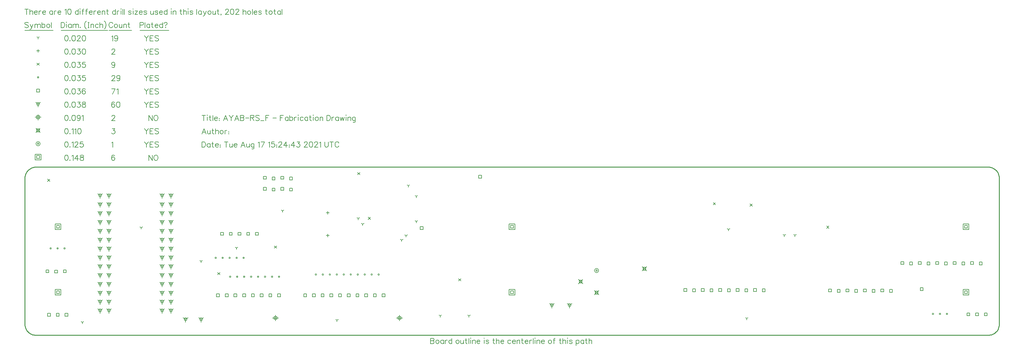
<source format=gbr>
G04 start of page 15 for group -3984 idx -3984 *
G04 Title: AYAB-RS_F, fab *
G04 Creator: pcb 4.0.2 *
G04 CreationDate: Tue Aug 17 15:24:43 2021 UTC *
G04 For: tom *
G04 Format: Gerber/RS-274X *
G04 PCB-Dimensions (mil): 11000.00 1900.00 *
G04 PCB-Coordinate-Origin: lower left *
%MOIN*%
%FSLAX25Y25*%
%LNFAB*%
%ADD203C,0.0100*%
%ADD202C,0.0060*%
%ADD201C,0.0080*%
G54D201*X1060900Y124100D02*X1064100D01*
X1060900D02*Y120900D01*
X1064100D01*
Y124100D02*Y120900D01*
X1059300Y125700D02*X1065700D01*
X1059300D02*Y119300D01*
X1065700D01*
Y125700D02*Y119300D01*
X1060900Y50100D02*X1064100D01*
X1060900D02*Y46900D01*
X1064100D01*
Y50100D02*Y46900D01*
X1059300Y51700D02*X1065700D01*
X1059300D02*Y45300D01*
X1065700D01*
Y51700D02*Y45300D01*
X548400Y124100D02*X551600D01*
X548400D02*Y120900D01*
X551600D01*
Y124100D02*Y120900D01*
X546800Y125700D02*X553200D01*
X546800D02*Y119300D01*
X553200D01*
Y125700D02*Y119300D01*
X548400Y50100D02*X551600D01*
X548400D02*Y46900D01*
X551600D01*
Y50100D02*Y46900D01*
X546800Y51700D02*X553200D01*
X546800D02*Y45300D01*
X553200D01*
Y51700D02*Y45300D01*
X35900Y124100D02*X39100D01*
X35900D02*Y120900D01*
X39100D01*
Y124100D02*Y120900D01*
X34300Y125700D02*X40700D01*
X34300D02*Y119300D01*
X40700D01*
Y125700D02*Y119300D01*
X35900Y50100D02*X39100D01*
X35900D02*Y46900D01*
X39100D01*
Y50100D02*Y46900D01*
X34300Y51700D02*X40700D01*
X34300D02*Y45300D01*
X40700D01*
Y51700D02*Y45300D01*
X13400Y202850D02*X16600D01*
X13400D02*Y199650D01*
X16600D01*
Y202850D02*Y199650D01*
X11800Y204450D02*X18200D01*
X11800D02*Y198050D01*
X18200D01*
Y204450D02*Y198050D01*
G54D202*X140000Y203500D02*Y197500D01*
Y203500D02*X143999Y197500D01*
Y203500D02*Y197500D01*
X147512Y203500D02*X146942Y203214D01*
X146369Y202642D01*
X146084Y202072D01*
X145799Y201214D01*
Y199786D01*
X146084Y198926D01*
Y198928D02*X146369Y198356D01*
X146942Y197786D01*
X147512Y197500D01*
X148657D01*
X149227Y197786D01*
X149798Y198356D01*
X150085Y198928D01*
X150368Y199786D01*
Y201214D02*Y199786D01*
Y201214D02*X150085Y202072D01*
X149798Y202642D01*
X149227Y203214D01*
X148657Y203500D01*
X147512D02*X148657D01*
X101428Y202644D02*X101142Y203215D01*
X100284Y203500D01*
X99714D02*X100284D01*
X99714D02*X98855Y203215D01*
X98285Y202358D01*
X98000Y200930D01*
Y199501D01*
X98285Y198358D01*
X98855Y197786D01*
X99714Y197500D01*
X100000D01*
X100856Y197786D01*
X101428Y198358D01*
X101712Y199216D01*
Y199501D02*Y199216D01*
Y199501D02*X101428Y200358D01*
X100856Y200930D01*
X100000Y201214D01*
X99714D02*X100000D01*
X99714D02*X98855Y200930D01*
X98285Y200358D01*
X98000Y199501D01*
X46714Y203500D02*X45858Y203215D01*
X45285Y202358D01*
X45000Y200930D01*
Y200072D01*
X45285Y198643D01*
X45858Y197786D01*
X46714Y197500D01*
X47286D01*
X48142Y197786D01*
X48714Y198643D01*
X49000Y200072D01*
Y200930D02*Y200072D01*
Y200930D02*X48714Y202358D01*
X48142Y203215D01*
X47286Y203500D01*
X46714D02*X47286D01*
X51086Y197950D02*X50801Y197664D01*
X51086Y197380D01*
X51371Y197664D01*
X51086Y197950D01*
X53171Y202358D02*X53741Y202644D01*
X54599Y203500D01*
Y197500D01*
X59255Y203500D02*X56399Y199501D01*
X60683D01*
X59255Y203500D02*Y197500D01*
X63911Y203500D02*X63053Y203215D01*
X62768Y202644D01*
Y202072D01*
X63053Y201500D01*
X63624Y201214D01*
X64767Y200930D01*
X65625Y200644D01*
X66195Y200072D01*
X66482Y199501D01*
Y198643D01*
X66195Y198073D01*
X65909Y197786D01*
X65052Y197500D01*
X63911D02*X65052D01*
X63911D02*X63053Y197786D01*
X62768Y198073D01*
X62483Y198643D01*
Y199501D02*Y198643D01*
Y199501D02*X62768Y200072D01*
X63338Y200644D01*
X64196Y200930D01*
X65339Y201214D01*
X65909Y201500D01*
X66195Y202072D01*
Y202644D02*Y202072D01*
Y202644D02*X65909Y203215D01*
X65052Y203500D01*
X63911D02*X65052D01*
X644700Y73000D02*G75*G03X646300Y73000I800J0D01*G01*
G75*G03X644700Y73000I-800J0D01*G01*
X643100D02*G75*G03X647900Y73000I2400J0D01*G01*
G75*G03X643100Y73000I-2400J0D01*G01*
X14200Y216250D02*G75*G03X15800Y216250I800J0D01*G01*
G75*G03X14200Y216250I-800J0D01*G01*
X12600D02*G75*G03X17400Y216250I2400J0D01*G01*
G75*G03X12600Y216250I-2400J0D01*G01*
X135000Y218500D02*X137284Y215643D01*
Y212500D01*
X139572Y218500D02*X137284Y215643D01*
X141372Y218500D02*Y212500D01*
Y218500D02*X145086D01*
X141372Y215643D02*X143657D01*
X141372Y212500D02*X145086D01*
X150885Y217642D02*X150314Y218214D01*
X149457Y218500D01*
X148314D02*X149457D01*
X148314D02*X147456Y218214D01*
X146886Y217642D01*
Y217072D01*
X147170Y216499D01*
X147456Y216214D01*
X148029Y215929D01*
X149744Y215357D01*
X150314Y215071D01*
X150599Y214786D01*
X150885Y214214D01*
Y213356D01*
X150314Y212786D01*
X149457Y212500D01*
X148314D02*X149457D01*
X148314D02*X147456Y212786D01*
X146886Y213356D01*
X98000Y217358D02*X98570Y217644D01*
X99428Y218500D01*
Y212500D01*
X46714Y218500D02*X45858Y218215D01*
X45285Y217358D01*
X45000Y215930D01*
Y215072D01*
X45285Y213643D01*
X45858Y212786D01*
X46714Y212500D01*
X47286D01*
X48142Y212786D01*
X48714Y213643D01*
X49000Y215072D01*
Y215930D02*Y215072D01*
Y215930D02*X48714Y217358D01*
X48142Y218215D01*
X47286Y218500D01*
X46714D02*X47286D01*
X51086Y212950D02*X50801Y212664D01*
X51086Y212380D01*
X51371Y212664D01*
X51086Y212950D01*
X53171Y217358D02*X53741Y217644D01*
X54599Y218500D01*
Y212500D01*
X56684Y217358D02*Y217072D01*
Y217358D02*X56970Y217928D01*
X57254Y218215D01*
X57827Y218500D01*
X58968D01*
X59541Y218215D01*
X59826Y217928D01*
X60111Y217358D01*
Y216786D01*
X59826Y216214D01*
X59255Y215357D01*
X56399Y212500D01*
X60398D01*
X62769Y218500D02*X65627D01*
X62769D02*X62483Y215930D01*
X62769Y216214D01*
X63626Y216500D01*
X64484D01*
X65340Y216214D01*
X65912Y215644D01*
X66198Y214786D01*
Y214216D01*
X65912Y213358D01*
X65340Y212786D01*
X64484Y212500D01*
X63626D02*X64484D01*
X63626D02*X62769Y212786D01*
X62483Y213073D01*
X62198Y213643D01*
X643100Y50400D02*X647900Y45600D01*
X643100D02*X647900Y50400D01*
X643900Y49600D02*X647100D01*
X643900D02*Y46400D01*
X647100D01*
Y49600D02*Y46400D01*
X625100Y62900D02*X629900Y58100D01*
X625100D02*X629900Y62900D01*
X625900Y62100D02*X629100D01*
X625900D02*Y58900D01*
X629100D01*
Y62100D02*Y58900D01*
X697100Y77400D02*X701900Y72600D01*
X697100D02*X701900Y77400D01*
X697900Y76600D02*X701100D01*
X697900D02*Y73400D01*
X701100D01*
Y76600D02*Y73400D01*
X12600Y233650D02*X17400Y228850D01*
X12600D02*X17400Y233650D01*
X13400Y232850D02*X16600D01*
X13400D02*Y229650D01*
X16600D01*
Y232850D02*Y229650D01*
X135000Y233500D02*X137284Y230643D01*
Y227500D01*
X139572Y233500D02*X137284Y230643D01*
X141372Y233500D02*Y227500D01*
Y233500D02*X145086D01*
X141372Y230643D02*X143657D01*
X141372Y227500D02*X145086D01*
X150885Y232642D02*X150314Y233214D01*
X149457Y233500D01*
X148314D02*X149457D01*
X148314D02*X147456Y233214D01*
X146886Y232642D01*
Y232072D01*
X147170Y231499D01*
X147456Y231214D01*
X148029Y230929D01*
X149744Y230357D01*
X150314Y230071D01*
X150599Y229786D01*
X150885Y229214D01*
Y228356D01*
X150314Y227786D01*
X149457Y227500D01*
X148314D02*X149457D01*
X148314D02*X147456Y227786D01*
X146886Y228356D01*
X98570Y233500D02*X101712D01*
X99998Y231214D01*
X100856D01*
X101426Y230930D01*
X101712Y230644D01*
X101999Y229786D01*
Y229216D01*
X101712Y228358D01*
X101142Y227786D01*
X100284Y227500D01*
X99428D02*X100284D01*
X99428D02*X98570Y227786D01*
X98285Y228073D01*
X98000Y228643D01*
X46714Y233500D02*X45858Y233215D01*
X45285Y232358D01*
X45000Y230930D01*
Y230072D01*
X45285Y228643D01*
X45858Y227786D01*
X46714Y227500D01*
X47286D01*
X48142Y227786D01*
X48714Y228643D01*
X49000Y230072D01*
Y230930D02*Y230072D01*
Y230930D02*X48714Y232358D01*
X48142Y233215D01*
X47286Y233500D01*
X46714D02*X47286D01*
X51086Y227950D02*X50801Y227664D01*
X51086Y227380D01*
X51371Y227664D01*
X51086Y227950D01*
X53171Y232358D02*X53741Y232644D01*
X54599Y233500D01*
Y227500D01*
X56399Y232358D02*X56969Y232644D01*
X57827Y233500D01*
Y227500D01*
X61341Y233500D02*X60485Y233215D01*
X59912Y232358D01*
X59627Y230930D01*
Y230072D01*
X59912Y228643D01*
X60485Y227786D01*
X61341Y227500D01*
X61913D01*
X62769Y227786D01*
X63341Y228643D01*
X63627Y230072D01*
Y230930D02*Y230072D01*
Y230930D02*X63341Y232358D01*
X62769Y233215D01*
X61913Y233500D01*
X61341D02*X61913D01*
X283000Y22700D02*Y16300D01*
X279800Y19500D02*X286200D01*
X281400Y21100D02*X284600D01*
X281400D02*Y17900D01*
X284600D01*
Y21100D02*Y17900D01*
X423000Y22700D02*Y16300D01*
X419800Y19500D02*X426200D01*
X421400Y21100D02*X424600D01*
X421400D02*Y17900D01*
X424600D01*
Y21100D02*Y17900D01*
X15000Y249450D02*Y243050D01*
X11800Y246250D02*X18200D01*
X13400Y247850D02*X16600D01*
X13400D02*Y244650D01*
X16600D01*
Y247850D02*Y244650D01*
X140000Y248500D02*Y242500D01*
Y248500D02*X143999Y242500D01*
Y248500D02*Y242500D01*
X147512Y248500D02*X146942Y248214D01*
X146369Y247642D01*
X146084Y247072D01*
X145799Y246214D01*
Y244786D01*
X146084Y243926D01*
Y243928D02*X146369Y243356D01*
X146942Y242786D01*
X147512Y242500D01*
X148657D01*
X149227Y242786D01*
X149798Y243356D01*
X150085Y243928D01*
X150368Y244786D01*
Y246214D02*Y244786D01*
Y246214D02*X150085Y247072D01*
X149798Y247642D01*
X149227Y248214D01*
X148657Y248500D01*
X147512D02*X148657D01*
X98285Y247358D02*Y247072D01*
Y247358D02*X98572Y247928D01*
X98855Y248215D01*
X99428Y248500D01*
X100570D01*
X101142Y248215D01*
X101428Y247928D01*
X101712Y247358D01*
Y246786D01*
X101428Y246214D01*
X100856Y245357D01*
X98000Y242500D01*
X101999D01*
X46714Y248500D02*X45858Y248215D01*
X45285Y247358D01*
X45000Y245930D01*
Y245072D01*
X45285Y243643D01*
X45858Y242786D01*
X46714Y242500D01*
X47286D01*
X48142Y242786D01*
X48714Y243643D01*
X49000Y245072D01*
Y245930D02*Y245072D01*
Y245930D02*X48714Y247358D01*
X48142Y248215D01*
X47286Y248500D01*
X46714D02*X47286D01*
X51086Y242950D02*X50801Y242664D01*
X51086Y242380D01*
X51371Y242664D01*
X51086Y242950D01*
X54885Y248500D02*X54029Y248215D01*
X53456Y247358D01*
X53171Y245930D01*
Y245072D01*
X53456Y243643D01*
X54029Y242786D01*
X54885Y242500D01*
X55457D01*
X56313Y242786D01*
X56885Y243643D01*
X57171Y245072D01*
Y245930D02*Y245072D01*
Y245930D02*X56885Y247358D01*
X56313Y248215D01*
X55457Y248500D01*
X54885D02*X55457D01*
X62684Y246500D02*X62399Y245644D01*
X61827Y245072D01*
X60969Y244786D01*
X60684D02*X60969D01*
X60684D02*X59828Y245072D01*
X59255Y245644D01*
X58971Y246500D01*
Y246786D02*Y246500D01*
Y246786D02*X59255Y247644D01*
X59828Y248215D01*
X60684Y248500D01*
X60969D01*
X61827Y248215D01*
X62399Y247644D01*
X62684Y246500D01*
Y245072D01*
X62399Y243643D01*
X61827Y242786D01*
X60969Y242500D01*
X60399D02*X60969D01*
X60399D02*X59541Y242786D01*
X59255Y243358D01*
X64484Y247358D02*X65054Y247644D01*
X65912Y248500D01*
Y242500D01*
X85000Y28000D02*Y24800D01*
Y28000D02*X87773Y29600D01*
X85000Y28000D02*X82227Y29600D01*
X83400Y28000D02*G75*G03X86600Y28000I1600J0D01*G01*
G75*G03X83400Y28000I-1600J0D01*G01*
X85000Y38000D02*Y34800D01*
Y38000D02*X87773Y39600D01*
X85000Y38000D02*X82227Y39600D01*
X83400Y38000D02*G75*G03X86600Y38000I1600J0D01*G01*
G75*G03X83400Y38000I-1600J0D01*G01*
X85000Y48000D02*Y44800D01*
Y48000D02*X87773Y49600D01*
X85000Y48000D02*X82227Y49600D01*
X83400Y48000D02*G75*G03X86600Y48000I1600J0D01*G01*
G75*G03X83400Y48000I-1600J0D01*G01*
X85000Y58000D02*Y54800D01*
Y58000D02*X87773Y59600D01*
X85000Y58000D02*X82227Y59600D01*
X83400Y58000D02*G75*G03X86600Y58000I1600J0D01*G01*
G75*G03X83400Y58000I-1600J0D01*G01*
X85000Y68000D02*Y64800D01*
Y68000D02*X87773Y69600D01*
X85000Y68000D02*X82227Y69600D01*
X83400Y68000D02*G75*G03X86600Y68000I1600J0D01*G01*
G75*G03X83400Y68000I-1600J0D01*G01*
X85000Y78000D02*Y74800D01*
Y78000D02*X87773Y79600D01*
X85000Y78000D02*X82227Y79600D01*
X83400Y78000D02*G75*G03X86600Y78000I1600J0D01*G01*
G75*G03X83400Y78000I-1600J0D01*G01*
X85000Y88000D02*Y84800D01*
Y88000D02*X87773Y89600D01*
X85000Y88000D02*X82227Y89600D01*
X83400Y88000D02*G75*G03X86600Y88000I1600J0D01*G01*
G75*G03X83400Y88000I-1600J0D01*G01*
X85000Y98000D02*Y94800D01*
Y98000D02*X87773Y99600D01*
X85000Y98000D02*X82227Y99600D01*
X83400Y98000D02*G75*G03X86600Y98000I1600J0D01*G01*
G75*G03X83400Y98000I-1600J0D01*G01*
X85000Y108000D02*Y104800D01*
Y108000D02*X87773Y109600D01*
X85000Y108000D02*X82227Y109600D01*
X83400Y108000D02*G75*G03X86600Y108000I1600J0D01*G01*
G75*G03X83400Y108000I-1600J0D01*G01*
X85000Y118000D02*Y114800D01*
Y118000D02*X87773Y119600D01*
X85000Y118000D02*X82227Y119600D01*
X83400Y118000D02*G75*G03X86600Y118000I1600J0D01*G01*
G75*G03X83400Y118000I-1600J0D01*G01*
X85000Y128000D02*Y124800D01*
Y128000D02*X87773Y129600D01*
X85000Y128000D02*X82227Y129600D01*
X83400Y128000D02*G75*G03X86600Y128000I1600J0D01*G01*
G75*G03X83400Y128000I-1600J0D01*G01*
X85000Y138000D02*Y134800D01*
Y138000D02*X87773Y139600D01*
X85000Y138000D02*X82227Y139600D01*
X83400Y138000D02*G75*G03X86600Y138000I1600J0D01*G01*
G75*G03X83400Y138000I-1600J0D01*G01*
X85000Y148000D02*Y144800D01*
Y148000D02*X87773Y149600D01*
X85000Y148000D02*X82227Y149600D01*
X83400Y148000D02*G75*G03X86600Y148000I1600J0D01*G01*
G75*G03X83400Y148000I-1600J0D01*G01*
X85000Y158000D02*Y154800D01*
Y158000D02*X87773Y159600D01*
X85000Y158000D02*X82227Y159600D01*
X83400Y158000D02*G75*G03X86600Y158000I1600J0D01*G01*
G75*G03X83400Y158000I-1600J0D01*G01*
X165000D02*Y154800D01*
Y158000D02*X167773Y159600D01*
X165000Y158000D02*X162227Y159600D01*
X163400Y158000D02*G75*G03X166600Y158000I1600J0D01*G01*
G75*G03X163400Y158000I-1600J0D01*G01*
X165000Y148000D02*Y144800D01*
Y148000D02*X167773Y149600D01*
X165000Y148000D02*X162227Y149600D01*
X163400Y148000D02*G75*G03X166600Y148000I1600J0D01*G01*
G75*G03X163400Y148000I-1600J0D01*G01*
X165000Y138000D02*Y134800D01*
Y138000D02*X167773Y139600D01*
X165000Y138000D02*X162227Y139600D01*
X163400Y138000D02*G75*G03X166600Y138000I1600J0D01*G01*
G75*G03X163400Y138000I-1600J0D01*G01*
X165000Y128000D02*Y124800D01*
Y128000D02*X167773Y129600D01*
X165000Y128000D02*X162227Y129600D01*
X163400Y128000D02*G75*G03X166600Y128000I1600J0D01*G01*
G75*G03X163400Y128000I-1600J0D01*G01*
X165000Y118000D02*Y114800D01*
Y118000D02*X167773Y119600D01*
X165000Y118000D02*X162227Y119600D01*
X163400Y118000D02*G75*G03X166600Y118000I1600J0D01*G01*
G75*G03X163400Y118000I-1600J0D01*G01*
X165000Y108000D02*Y104800D01*
Y108000D02*X167773Y109600D01*
X165000Y108000D02*X162227Y109600D01*
X163400Y108000D02*G75*G03X166600Y108000I1600J0D01*G01*
G75*G03X163400Y108000I-1600J0D01*G01*
X165000Y98000D02*Y94800D01*
Y98000D02*X167773Y99600D01*
X165000Y98000D02*X162227Y99600D01*
X163400Y98000D02*G75*G03X166600Y98000I1600J0D01*G01*
G75*G03X163400Y98000I-1600J0D01*G01*
X165000Y88000D02*Y84800D01*
Y88000D02*X167773Y89600D01*
X165000Y88000D02*X162227Y89600D01*
X163400Y88000D02*G75*G03X166600Y88000I1600J0D01*G01*
G75*G03X163400Y88000I-1600J0D01*G01*
X165000Y78000D02*Y74800D01*
Y78000D02*X167773Y79600D01*
X165000Y78000D02*X162227Y79600D01*
X163400Y78000D02*G75*G03X166600Y78000I1600J0D01*G01*
G75*G03X163400Y78000I-1600J0D01*G01*
X165000Y68000D02*Y64800D01*
Y68000D02*X167773Y69600D01*
X165000Y68000D02*X162227Y69600D01*
X163400Y68000D02*G75*G03X166600Y68000I1600J0D01*G01*
G75*G03X163400Y68000I-1600J0D01*G01*
X165000Y58000D02*Y54800D01*
Y58000D02*X167773Y59600D01*
X165000Y58000D02*X162227Y59600D01*
X163400Y58000D02*G75*G03X166600Y58000I1600J0D01*G01*
G75*G03X163400Y58000I-1600J0D01*G01*
X165000Y48000D02*Y44800D01*
Y48000D02*X167773Y49600D01*
X165000Y48000D02*X162227Y49600D01*
X163400Y48000D02*G75*G03X166600Y48000I1600J0D01*G01*
G75*G03X163400Y48000I-1600J0D01*G01*
X165000Y38000D02*Y34800D01*
Y38000D02*X167773Y39600D01*
X165000Y38000D02*X162227Y39600D01*
X163400Y38000D02*G75*G03X166600Y38000I1600J0D01*G01*
G75*G03X163400Y38000I-1600J0D01*G01*
X165000Y28000D02*Y24800D01*
Y28000D02*X167773Y29600D01*
X165000Y28000D02*X162227Y29600D01*
X163400Y28000D02*G75*G03X166600Y28000I1600J0D01*G01*
G75*G03X163400Y28000I-1600J0D01*G01*
X95000D02*Y24800D01*
Y28000D02*X97773Y29600D01*
X95000Y28000D02*X92227Y29600D01*
X93400Y28000D02*G75*G03X96600Y28000I1600J0D01*G01*
G75*G03X93400Y28000I-1600J0D01*G01*
X95000Y38000D02*Y34800D01*
Y38000D02*X97773Y39600D01*
X95000Y38000D02*X92227Y39600D01*
X93400Y38000D02*G75*G03X96600Y38000I1600J0D01*G01*
G75*G03X93400Y38000I-1600J0D01*G01*
X95000Y48000D02*Y44800D01*
Y48000D02*X97773Y49600D01*
X95000Y48000D02*X92227Y49600D01*
X93400Y48000D02*G75*G03X96600Y48000I1600J0D01*G01*
G75*G03X93400Y48000I-1600J0D01*G01*
X95000Y58000D02*Y54800D01*
Y58000D02*X97773Y59600D01*
X95000Y58000D02*X92227Y59600D01*
X93400Y58000D02*G75*G03X96600Y58000I1600J0D01*G01*
G75*G03X93400Y58000I-1600J0D01*G01*
X95000Y68000D02*Y64800D01*
Y68000D02*X97773Y69600D01*
X95000Y68000D02*X92227Y69600D01*
X93400Y68000D02*G75*G03X96600Y68000I1600J0D01*G01*
G75*G03X93400Y68000I-1600J0D01*G01*
X95000Y78000D02*Y74800D01*
Y78000D02*X97773Y79600D01*
X95000Y78000D02*X92227Y79600D01*
X93400Y78000D02*G75*G03X96600Y78000I1600J0D01*G01*
G75*G03X93400Y78000I-1600J0D01*G01*
X95000Y88000D02*Y84800D01*
Y88000D02*X97773Y89600D01*
X95000Y88000D02*X92227Y89600D01*
X93400Y88000D02*G75*G03X96600Y88000I1600J0D01*G01*
G75*G03X93400Y88000I-1600J0D01*G01*
X95000Y98000D02*Y94800D01*
Y98000D02*X97773Y99600D01*
X95000Y98000D02*X92227Y99600D01*
X93400Y98000D02*G75*G03X96600Y98000I1600J0D01*G01*
G75*G03X93400Y98000I-1600J0D01*G01*
X95000Y108000D02*Y104800D01*
Y108000D02*X97773Y109600D01*
X95000Y108000D02*X92227Y109600D01*
X93400Y108000D02*G75*G03X96600Y108000I1600J0D01*G01*
G75*G03X93400Y108000I-1600J0D01*G01*
X95000Y118000D02*Y114800D01*
Y118000D02*X97773Y119600D01*
X95000Y118000D02*X92227Y119600D01*
X93400Y118000D02*G75*G03X96600Y118000I1600J0D01*G01*
G75*G03X93400Y118000I-1600J0D01*G01*
X95000Y128000D02*Y124800D01*
Y128000D02*X97773Y129600D01*
X95000Y128000D02*X92227Y129600D01*
X93400Y128000D02*G75*G03X96600Y128000I1600J0D01*G01*
G75*G03X93400Y128000I-1600J0D01*G01*
X95000Y138000D02*Y134800D01*
Y138000D02*X97773Y139600D01*
X95000Y138000D02*X92227Y139600D01*
X93400Y138000D02*G75*G03X96600Y138000I1600J0D01*G01*
G75*G03X93400Y138000I-1600J0D01*G01*
X95000Y148000D02*Y144800D01*
Y148000D02*X97773Y149600D01*
X95000Y148000D02*X92227Y149600D01*
X93400Y148000D02*G75*G03X96600Y148000I1600J0D01*G01*
G75*G03X93400Y148000I-1600J0D01*G01*
X95000Y158000D02*Y154800D01*
Y158000D02*X97773Y159600D01*
X95000Y158000D02*X92227Y159600D01*
X93400Y158000D02*G75*G03X96600Y158000I1600J0D01*G01*
G75*G03X93400Y158000I-1600J0D01*G01*
X155000D02*Y154800D01*
Y158000D02*X157773Y159600D01*
X155000Y158000D02*X152227Y159600D01*
X153400Y158000D02*G75*G03X156600Y158000I1600J0D01*G01*
G75*G03X153400Y158000I-1600J0D01*G01*
X155000Y148000D02*Y144800D01*
Y148000D02*X157773Y149600D01*
X155000Y148000D02*X152227Y149600D01*
X153400Y148000D02*G75*G03X156600Y148000I1600J0D01*G01*
G75*G03X153400Y148000I-1600J0D01*G01*
X155000Y138000D02*Y134800D01*
Y138000D02*X157773Y139600D01*
X155000Y138000D02*X152227Y139600D01*
X153400Y138000D02*G75*G03X156600Y138000I1600J0D01*G01*
G75*G03X153400Y138000I-1600J0D01*G01*
X155000Y128000D02*Y124800D01*
Y128000D02*X157773Y129600D01*
X155000Y128000D02*X152227Y129600D01*
X153400Y128000D02*G75*G03X156600Y128000I1600J0D01*G01*
G75*G03X153400Y128000I-1600J0D01*G01*
X155000Y118000D02*Y114800D01*
Y118000D02*X157773Y119600D01*
X155000Y118000D02*X152227Y119600D01*
X153400Y118000D02*G75*G03X156600Y118000I1600J0D01*G01*
G75*G03X153400Y118000I-1600J0D01*G01*
X155000Y108000D02*Y104800D01*
Y108000D02*X157773Y109600D01*
X155000Y108000D02*X152227Y109600D01*
X153400Y108000D02*G75*G03X156600Y108000I1600J0D01*G01*
G75*G03X153400Y108000I-1600J0D01*G01*
X155000Y98000D02*Y94800D01*
Y98000D02*X157773Y99600D01*
X155000Y98000D02*X152227Y99600D01*
X153400Y98000D02*G75*G03X156600Y98000I1600J0D01*G01*
G75*G03X153400Y98000I-1600J0D01*G01*
X155000Y88000D02*Y84800D01*
Y88000D02*X157773Y89600D01*
X155000Y88000D02*X152227Y89600D01*
X153400Y88000D02*G75*G03X156600Y88000I1600J0D01*G01*
G75*G03X153400Y88000I-1600J0D01*G01*
X155000Y78000D02*Y74800D01*
Y78000D02*X157773Y79600D01*
X155000Y78000D02*X152227Y79600D01*
X153400Y78000D02*G75*G03X156600Y78000I1600J0D01*G01*
G75*G03X153400Y78000I-1600J0D01*G01*
X155000Y68000D02*Y64800D01*
Y68000D02*X157773Y69600D01*
X155000Y68000D02*X152227Y69600D01*
X153400Y68000D02*G75*G03X156600Y68000I1600J0D01*G01*
G75*G03X153400Y68000I-1600J0D01*G01*
X155000Y58000D02*Y54800D01*
Y58000D02*X157773Y59600D01*
X155000Y58000D02*X152227Y59600D01*
X153400Y58000D02*G75*G03X156600Y58000I1600J0D01*G01*
G75*G03X153400Y58000I-1600J0D01*G01*
X155000Y48000D02*Y44800D01*
Y48000D02*X157773Y49600D01*
X155000Y48000D02*X152227Y49600D01*
X153400Y48000D02*G75*G03X156600Y48000I1600J0D01*G01*
G75*G03X153400Y48000I-1600J0D01*G01*
X155000Y38000D02*Y34800D01*
Y38000D02*X157773Y39600D01*
X155000Y38000D02*X152227Y39600D01*
X153400Y38000D02*G75*G03X156600Y38000I1600J0D01*G01*
G75*G03X153400Y38000I-1600J0D01*G01*
X155000Y28000D02*Y24800D01*
Y28000D02*X157773Y29600D01*
X155000Y28000D02*X152227Y29600D01*
X153400Y28000D02*G75*G03X156600Y28000I1600J0D01*G01*
G75*G03X153400Y28000I-1600J0D01*G01*
X199000Y18000D02*Y14800D01*
Y18000D02*X201773Y19600D01*
X199000Y18000D02*X196227Y19600D01*
X197400Y18000D02*G75*G03X200600Y18000I1600J0D01*G01*
G75*G03X197400Y18000I-1600J0D01*G01*
X181500D02*Y14800D01*
Y18000D02*X184273Y19600D01*
X181500Y18000D02*X178727Y19600D01*
X179900Y18000D02*G75*G03X183100Y18000I1600J0D01*G01*
G75*G03X179900Y18000I-1600J0D01*G01*
X615000Y34000D02*Y30800D01*
Y34000D02*X617773Y35600D01*
X615000Y34000D02*X612227Y35600D01*
X613400Y34000D02*G75*G03X616600Y34000I1600J0D01*G01*
G75*G03X613400Y34000I-1600J0D01*G01*
X595000D02*Y30800D01*
Y34000D02*X597773Y35600D01*
X595000Y34000D02*X592227Y35600D01*
X593400Y34000D02*G75*G03X596600Y34000I1600J0D01*G01*
G75*G03X593400Y34000I-1600J0D01*G01*
X15000Y261250D02*Y258050D01*
Y261250D02*X17773Y262850D01*
X15000Y261250D02*X12227Y262850D01*
X13400Y261250D02*G75*G03X16600Y261250I1600J0D01*G01*
G75*G03X13400Y261250I-1600J0D01*G01*
X135000Y263500D02*X137284Y260643D01*
Y257500D01*
X139572Y263500D02*X137284Y260643D01*
X141372Y263500D02*Y257500D01*
Y263500D02*X145086D01*
X141372Y260643D02*X143657D01*
X141372Y257500D02*X145086D01*
X150885Y262642D02*X150314Y263214D01*
X149457Y263500D01*
X148314D02*X149457D01*
X148314D02*X147456Y263214D01*
X146886Y262642D01*
Y262072D01*
X147170Y261499D01*
X147456Y261214D01*
X148029Y260929D01*
X149744Y260357D01*
X150314Y260071D01*
X150599Y259786D01*
X150885Y259214D01*
Y258356D01*
X150314Y257786D01*
X149457Y257500D01*
X148314D02*X149457D01*
X148314D02*X147456Y257786D01*
X146886Y258356D01*
X101428Y262644D02*X101142Y263215D01*
X100284Y263500D01*
X99714D02*X100284D01*
X99714D02*X98855Y263215D01*
X98285Y262358D01*
X98000Y260930D01*
Y259501D01*
X98285Y258358D01*
X98855Y257786D01*
X99714Y257500D01*
X100000D01*
X100856Y257786D01*
X101428Y258358D01*
X101712Y259216D01*
Y259501D02*Y259216D01*
Y259501D02*X101428Y260357D01*
X100856Y260930D01*
X100000Y261214D01*
X99714D02*X100000D01*
X99714D02*X98855Y260930D01*
X98285Y260357D01*
X98000Y259501D01*
X105227Y263500D02*X104371Y263215D01*
X103798Y262358D01*
X103513Y260930D01*
Y260072D01*
X103798Y258643D01*
X104371Y257786D01*
X105227Y257500D01*
X105799D01*
X106655Y257786D01*
X107227Y258643D01*
X107513Y260072D01*
Y260930D02*Y260072D01*
Y260930D02*X107227Y262358D01*
X106655Y263215D01*
X105799Y263500D01*
X105227D02*X105799D01*
X46714D02*X45858Y263215D01*
X45285Y262358D01*
X45000Y260930D01*
Y260072D01*
X45285Y258643D01*
X45858Y257786D01*
X46714Y257500D01*
X47286D01*
X48142Y257786D01*
X48714Y258643D01*
X49000Y260072D01*
Y260930D02*Y260072D01*
Y260930D02*X48714Y262358D01*
X48142Y263215D01*
X47286Y263500D01*
X46714D02*X47286D01*
X51086Y257950D02*X50801Y257664D01*
X51086Y257380D01*
X51371Y257664D01*
X51086Y257950D01*
X54885Y263500D02*X54029Y263215D01*
X53456Y262358D01*
X53171Y260930D01*
Y260072D01*
X53456Y258643D01*
X54029Y257786D01*
X54885Y257500D01*
X55457D01*
X56313Y257786D01*
X56885Y258643D01*
X57171Y260072D01*
Y260930D02*Y260072D01*
Y260930D02*X56885Y262358D01*
X56313Y263215D01*
X55457Y263500D01*
X54885D02*X55457D01*
X59541D02*X62684D01*
X60969Y261214D01*
X61827D01*
X62397Y260930D01*
X62684Y260644D01*
X62970Y259786D01*
Y259216D01*
X62684Y258358D01*
X62114Y257786D01*
X61256Y257500D01*
X60399D02*X61256D01*
X60399D02*X59541Y257786D01*
X59256Y258073D01*
X58971Y258643D01*
X66198Y263500D02*X65340Y263215D01*
X65055Y262644D01*
Y262072D01*
X65340Y261500D01*
X65912Y261214D01*
X67055Y260930D01*
X67913Y260644D01*
X68483Y260072D01*
X68769Y259501D01*
Y258643D01*
X68483Y258073D01*
X68196Y257786D01*
X67340Y257500D01*
X66198D02*X67340D01*
X66198D02*X65340Y257786D01*
X65055Y258073D01*
X64770Y258643D01*
Y259501D02*Y258643D01*
Y259501D02*X65055Y260072D01*
X65625Y260644D01*
X66483Y260930D01*
X67626Y261214D01*
X68196Y261500D01*
X68483Y262072D01*
Y262644D02*Y262072D01*
Y262644D02*X68196Y263215D01*
X67340Y263500D01*
X66198D02*X67340D01*
X298900Y178600D02*X302100D01*
X298900D02*Y175400D01*
X302100D01*
Y178600D02*Y175400D01*
X289057Y179387D02*X292257D01*
X289057D02*Y176187D01*
X292257D01*
Y179387D02*Y176187D01*
X279215Y178600D02*X282415D01*
X279215D02*Y175400D01*
X282415D01*
Y178600D02*Y175400D01*
X269372Y179387D02*X272572D01*
X269372D02*Y176187D01*
X272572D01*
Y179387D02*Y176187D01*
X298900Y166100D02*X302100D01*
X298900D02*Y162900D01*
X302100D01*
Y166100D02*Y162900D01*
X289057Y166887D02*X292257D01*
X289057D02*Y163687D01*
X292257D01*
Y166887D02*Y163687D01*
X279215Y166100D02*X282415D01*
X279215D02*Y162900D01*
X282415D01*
Y166100D02*Y162900D01*
X269372Y166887D02*X272572D01*
X269372D02*Y163687D01*
X272572D01*
Y166887D02*Y163687D01*
X260400Y116100D02*X263600D01*
X260400D02*Y112900D01*
X263600D01*
Y116100D02*Y112900D01*
X250557Y116100D02*X253757D01*
X250557D02*Y112900D01*
X253757D01*
Y116100D02*Y112900D01*
X240715Y116100D02*X243915D01*
X240715D02*Y112900D01*
X243915D01*
Y116100D02*Y112900D01*
X230872Y116100D02*X234072D01*
X230872D02*Y112900D01*
X234072D01*
Y116100D02*Y112900D01*
X221030Y116100D02*X224230D01*
X221030D02*Y112900D01*
X224230D01*
Y116100D02*Y112900D01*
X45400Y24600D02*X48600D01*
X45400D02*Y21400D01*
X48600D01*
Y24600D02*Y21400D01*
X35557Y24600D02*X38757D01*
X35557D02*Y21400D01*
X38757D01*
Y24600D02*Y21400D01*
X25715Y24600D02*X28915D01*
X25715D02*Y21400D01*
X28915D01*
Y24600D02*Y21400D01*
X285400Y46600D02*X288600D01*
X285400D02*Y43400D01*
X288600D01*
Y46600D02*Y43400D01*
X275557Y46600D02*X278757D01*
X275557D02*Y43400D01*
X278757D01*
Y46600D02*Y43400D01*
X265715Y46600D02*X268915D01*
X265715D02*Y43400D01*
X268915D01*
Y46600D02*Y43400D01*
X255872Y46600D02*X259072D01*
X255872D02*Y43400D01*
X259072D01*
Y46600D02*Y43400D01*
X246030Y46600D02*X249230D01*
X246030D02*Y43400D01*
X249230D01*
Y46600D02*Y43400D01*
X236187Y46600D02*X239387D01*
X236187D02*Y43400D01*
X239387D01*
Y46600D02*Y43400D01*
X226345Y46600D02*X229545D01*
X226345D02*Y43400D01*
X229545D01*
Y46600D02*Y43400D01*
X216502Y46600D02*X219702D01*
X216502D02*Y43400D01*
X219702D01*
Y46600D02*Y43400D01*
X403483Y46600D02*X406683D01*
X403483D02*Y43400D01*
X406683D01*
Y46600D02*Y43400D01*
X393640Y46600D02*X396840D01*
X393640D02*Y43400D01*
X396840D01*
Y46600D02*Y43400D01*
X383798Y46600D02*X386998D01*
X383798D02*Y43400D01*
X386998D01*
Y46600D02*Y43400D01*
X373955Y46600D02*X377155D01*
X373955D02*Y43400D01*
X377155D01*
Y46600D02*Y43400D01*
X364113Y46600D02*X367313D01*
X364113D02*Y43400D01*
X367313D01*
Y46600D02*Y43400D01*
X354270Y46600D02*X357470D01*
X354270D02*Y43400D01*
X357470D01*
Y46600D02*Y43400D01*
X344428Y46600D02*X347628D01*
X344428D02*Y43400D01*
X347628D01*
Y46600D02*Y43400D01*
X334585Y46600D02*X337785D01*
X334585D02*Y43400D01*
X337785D01*
Y46600D02*Y43400D01*
X324743Y46600D02*X327943D01*
X324743D02*Y43400D01*
X327943D01*
Y46600D02*Y43400D01*
X314900Y46600D02*X318100D01*
X314900D02*Y43400D01*
X318100D01*
Y46600D02*Y43400D01*
X1083243Y25100D02*X1086443D01*
X1083243D02*Y21900D01*
X1086443D01*
Y25100D02*Y21900D01*
X1073400Y25100D02*X1076600D01*
X1073400D02*Y21900D01*
X1076600D01*
Y25100D02*Y21900D01*
X1063558Y25100D02*X1066758D01*
X1063558D02*Y21900D01*
X1066758D01*
Y25100D02*Y21900D01*
X23900Y73772D02*X27100D01*
X23900D02*Y70572D01*
X27100D01*
Y73772D02*Y70572D01*
X33743Y73378D02*X36943D01*
X33743D02*Y70178D01*
X36943D01*
Y73378D02*Y70178D01*
X43585Y73772D02*X46785D01*
X43585D02*Y70572D01*
X46785D01*
Y73772D02*Y70572D01*
X744030Y52600D02*X747230D01*
X744030D02*Y49400D01*
X747230D01*
Y52600D02*Y49400D01*
X753873Y52206D02*X757073D01*
X753873D02*Y49006D01*
X757073D01*
Y52206D02*Y49006D01*
X763715Y52600D02*X766915D01*
X763715D02*Y49400D01*
X766915D01*
Y52600D02*Y49400D01*
X773558Y52206D02*X776758D01*
X773558D02*Y49006D01*
X776758D01*
Y52206D02*Y49006D01*
X783400Y52600D02*X786600D01*
X783400D02*Y49400D01*
X786600D01*
Y52600D02*Y49400D01*
X793243Y52206D02*X796443D01*
X793243D02*Y49006D01*
X796443D01*
Y52206D02*Y49006D01*
X803085Y52600D02*X806285D01*
X803085D02*Y49400D01*
X806285D01*
Y52600D02*Y49400D01*
X812928Y52206D02*X816128D01*
X812928D02*Y49006D01*
X816128D01*
Y52206D02*Y49006D01*
X822770Y52600D02*X825970D01*
X822770D02*Y49400D01*
X825970D01*
Y52600D02*Y49400D01*
X832613Y52206D02*X835813D01*
X832613D02*Y49006D01*
X835813D01*
Y52206D02*Y49006D01*
X989030Y83100D02*X992230D01*
X989030D02*Y79900D01*
X992230D01*
Y83100D02*Y79900D01*
X998873Y82706D02*X1002073D01*
X998873D02*Y79506D01*
X1002073D01*
Y82706D02*Y79506D01*
X1008715Y83100D02*X1011915D01*
X1008715D02*Y79900D01*
X1011915D01*
Y83100D02*Y79900D01*
X1018558Y82706D02*X1021758D01*
X1018558D02*Y79506D01*
X1021758D01*
Y82706D02*Y79506D01*
X1028400Y83100D02*X1031600D01*
X1028400D02*Y79900D01*
X1031600D01*
Y83100D02*Y79900D01*
X1038243Y82706D02*X1041443D01*
X1038243D02*Y79506D01*
X1041443D01*
Y82706D02*Y79506D01*
X1048085Y83100D02*X1051285D01*
X1048085D02*Y79900D01*
X1051285D01*
Y83100D02*Y79900D01*
X1057928Y82706D02*X1061128D01*
X1057928D02*Y79506D01*
X1061128D01*
Y82706D02*Y79506D01*
X1067770Y83100D02*X1070970D01*
X1067770D02*Y79900D01*
X1070970D01*
Y83100D02*Y79900D01*
X1077613Y82706D02*X1080813D01*
X1077613D02*Y79506D01*
X1080813D01*
Y82706D02*Y79506D01*
X907400Y52100D02*X910600D01*
X907400D02*Y48900D01*
X910600D01*
Y52100D02*Y48900D01*
X917243Y51706D02*X920443D01*
X917243D02*Y48506D01*
X920443D01*
Y51706D02*Y48506D01*
X927085Y52100D02*X930285D01*
X927085D02*Y48900D01*
X930285D01*
Y52100D02*Y48900D01*
X936928Y51706D02*X940128D01*
X936928D02*Y48506D01*
X940128D01*
Y51706D02*Y48506D01*
X946770Y52100D02*X949970D01*
X946770D02*Y48900D01*
X949970D01*
Y52100D02*Y48900D01*
X956613Y51706D02*X959813D01*
X956613D02*Y48506D01*
X959813D01*
Y51706D02*Y48506D01*
X966455Y52100D02*X969655D01*
X966455D02*Y48900D01*
X969655D01*
Y52100D02*Y48900D01*
X976298Y51706D02*X979498D01*
X976298D02*Y48506D01*
X979498D01*
Y51706D02*Y48506D01*
X1010900Y53600D02*X1014100D01*
X1010900D02*Y50400D01*
X1014100D01*
Y53600D02*Y50400D01*
X446400Y122600D02*X449600D01*
X446400D02*Y119400D01*
X449600D01*
Y122600D02*Y119400D01*
X512400Y180600D02*X515600D01*
X512400D02*Y177400D01*
X515600D01*
Y180600D02*Y177400D01*
X13400Y277850D02*X16600D01*
X13400D02*Y274650D01*
X16600D01*
Y277850D02*Y274650D01*
X135000Y278500D02*X137284Y275642D01*
Y272500D01*
X139572Y278500D02*X137284Y275642D01*
X141372Y278500D02*Y272500D01*
Y278500D02*X145086D01*
X141372Y275642D02*X143657D01*
X141372Y272500D02*X145086D01*
X150885Y277642D02*X150314Y278214D01*
X149457Y278500D01*
X148314D02*X149457D01*
X148314D02*X147456Y278214D01*
X146886Y277642D01*
Y277072D01*
X147170Y276499D01*
X147456Y276214D01*
X148029Y275929D01*
X149744Y275358D01*
X150314Y275071D01*
X150599Y274786D01*
X150885Y274214D01*
Y273356D01*
X150314Y272786D01*
X149457Y272500D01*
X148314D02*X149457D01*
X148314D02*X147456Y272786D01*
X146886Y273356D01*
X101999Y278500D02*X99142Y272500D01*
X98000Y278500D02*X101999D01*
X103799Y277358D02*X104369Y277644D01*
X105227Y278500D01*
Y272500D01*
X46714Y278500D02*X45858Y278215D01*
X45285Y277358D01*
X45000Y275930D01*
Y275072D01*
X45285Y273643D01*
X45858Y272786D01*
X46714Y272500D01*
X47286D01*
X48142Y272786D01*
X48714Y273643D01*
X49000Y275072D01*
Y275930D02*Y275072D01*
Y275930D02*X48714Y277358D01*
X48142Y278215D01*
X47286Y278500D01*
X46714D02*X47286D01*
X51086Y272950D02*X50801Y272664D01*
X51086Y272380D01*
X51371Y272664D01*
X51086Y272950D01*
X54885Y278500D02*X54029Y278215D01*
X53456Y277358D01*
X53171Y275930D01*
Y275072D01*
X53456Y273643D01*
X54029Y272786D01*
X54885Y272500D01*
X55457D01*
X56313Y272786D01*
X56885Y273643D01*
X57171Y275072D01*
Y275930D02*Y275072D01*
Y275930D02*X56885Y277358D01*
X56313Y278215D01*
X55457Y278500D01*
X54885D02*X55457D01*
X59541D02*X62684D01*
X60969Y276214D01*
X61827D01*
X62397Y275930D01*
X62684Y275644D01*
X62970Y274786D01*
Y274216D01*
X62684Y273358D01*
X62114Y272786D01*
X61256Y272500D01*
X60399D02*X61256D01*
X60399D02*X59541Y272786D01*
X59256Y273073D01*
X58971Y273643D01*
X68198Y277644D02*X67913Y278215D01*
X67055Y278500D01*
X66485D02*X67055D01*
X66485D02*X65625Y278215D01*
X65055Y277358D01*
X64770Y275930D01*
Y274501D01*
X65055Y273358D01*
X65625Y272786D01*
X66485Y272500D01*
X66770D01*
X67626Y272786D01*
X68198Y273358D01*
X68483Y274216D01*
Y274501D02*Y274216D01*
Y274501D02*X68198Y275358D01*
X67626Y275930D01*
X66770Y276214D01*
X66485D02*X66770D01*
X66485D02*X65625Y275930D01*
X65055Y275358D01*
X64770Y274501D01*
X286200Y66000D02*G75*G03X287800Y66000I800J0D01*G01*
G75*G03X286200Y66000I-800J0D01*G01*
X278326D02*G75*G03X279926Y66000I800J0D01*G01*
G75*G03X278326Y66000I-800J0D01*G01*
X270452D02*G75*G03X272052Y66000I800J0D01*G01*
G75*G03X270452Y66000I-800J0D01*G01*
X262578D02*G75*G03X264178Y66000I800J0D01*G01*
G75*G03X262578Y66000I-800J0D01*G01*
X254704D02*G75*G03X256304Y66000I800J0D01*G01*
G75*G03X254704Y66000I-800J0D01*G01*
X246830D02*G75*G03X248430Y66000I800J0D01*G01*
G75*G03X246830Y66000I-800J0D01*G01*
X238956D02*G75*G03X240556Y66000I800J0D01*G01*
G75*G03X238956Y66000I-800J0D01*G01*
X231082D02*G75*G03X232682Y66000I800J0D01*G01*
G75*G03X231082Y66000I-800J0D01*G01*
X246200Y87331D02*G75*G03X247800Y87331I800J0D01*G01*
G75*G03X246200Y87331I-800J0D01*G01*
X238326D02*G75*G03X239926Y87331I800J0D01*G01*
G75*G03X238326Y87331I-800J0D01*G01*
X230452D02*G75*G03X232052Y87331I800J0D01*G01*
G75*G03X230452Y87331I-800J0D01*G01*
X222578D02*G75*G03X224178Y87331I800J0D01*G01*
G75*G03X222578Y87331I-800J0D01*G01*
X214704D02*G75*G03X216304Y87331I800J0D01*G01*
G75*G03X214704Y87331I-800J0D01*G01*
X398700Y68500D02*G75*G03X400300Y68500I800J0D01*G01*
G75*G03X398700Y68500I-800J0D01*G01*
X390826D02*G75*G03X392426Y68500I800J0D01*G01*
G75*G03X390826Y68500I-800J0D01*G01*
X382952D02*G75*G03X384552Y68500I800J0D01*G01*
G75*G03X382952Y68500I-800J0D01*G01*
X375078D02*G75*G03X376678Y68500I800J0D01*G01*
G75*G03X375078Y68500I-800J0D01*G01*
X367204D02*G75*G03X368804Y68500I800J0D01*G01*
G75*G03X367204Y68500I-800J0D01*G01*
X359330D02*G75*G03X360930Y68500I800J0D01*G01*
G75*G03X359330Y68500I-800J0D01*G01*
X351456D02*G75*G03X353056Y68500I800J0D01*G01*
G75*G03X351456Y68500I-800J0D01*G01*
X343582D02*G75*G03X345182Y68500I800J0D01*G01*
G75*G03X343582Y68500I-800J0D01*G01*
X335708D02*G75*G03X337308Y68500I800J0D01*G01*
G75*G03X335708Y68500I-800J0D01*G01*
X327834D02*G75*G03X329434Y68500I800J0D01*G01*
G75*G03X327834Y68500I-800J0D01*G01*
X44074Y98000D02*G75*G03X45674Y98000I800J0D01*G01*
G75*G03X44074Y98000I-800J0D01*G01*
X36200D02*G75*G03X37800Y98000I800J0D01*G01*
G75*G03X36200Y98000I-800J0D01*G01*
X28326D02*G75*G03X29926Y98000I800J0D01*G01*
G75*G03X28326Y98000I-800J0D01*G01*
X1040200Y24000D02*G75*G03X1041800Y24000I800J0D01*G01*
G75*G03X1040200Y24000I-800J0D01*G01*
X1032326D02*G75*G03X1033926Y24000I800J0D01*G01*
G75*G03X1032326Y24000I-800J0D01*G01*
X1024452D02*G75*G03X1026052Y24000I800J0D01*G01*
G75*G03X1024452Y24000I-800J0D01*G01*
X14200Y291250D02*G75*G03X15800Y291250I800J0D01*G01*
G75*G03X14200Y291250I-800J0D01*G01*
X135000Y293500D02*X137284Y290642D01*
Y287500D01*
X139572Y293500D02*X137284Y290642D01*
X141372Y293500D02*Y287500D01*
Y293500D02*X145086D01*
X141372Y290642D02*X143657D01*
X141372Y287500D02*X145086D01*
X150885Y292642D02*X150314Y293214D01*
X149457Y293500D01*
X148314D02*X149457D01*
X148314D02*X147456Y293214D01*
X146886Y292642D01*
Y292072D01*
X147170Y291499D01*
X147456Y291214D01*
X148029Y290929D01*
X149744Y290358D01*
X150314Y290071D01*
X150599Y289786D01*
X150885Y289214D01*
Y288356D01*
X150314Y287786D01*
X149457Y287500D01*
X148314D02*X149457D01*
X148314D02*X147456Y287786D01*
X146886Y288356D01*
X98285Y292358D02*Y292072D01*
Y292358D02*X98572Y292928D01*
X98855Y293215D01*
X99428Y293500D01*
X100570D01*
X101142Y293215D01*
X101428Y292928D01*
X101712Y292358D01*
Y291786D01*
X101428Y291214D01*
X100856Y290358D01*
X98000Y287500D01*
X101999D01*
X107512Y291500D02*X107227Y290644D01*
X106655Y290072D01*
X105797Y289786D01*
X105512D02*X105797D01*
X105512D02*X104656Y290072D01*
X104083Y290644D01*
X103799Y291500D01*
Y291786D02*Y291500D01*
Y291786D02*X104083Y292644D01*
X104656Y293215D01*
X105512Y293500D01*
X105797D01*
X106655Y293215D01*
X107227Y292644D01*
X107512Y291500D01*
Y290072D01*
X107227Y288643D01*
X106655Y287786D01*
X105797Y287500D01*
X105227D02*X105797D01*
X105227D02*X104369Y287786D01*
X104083Y288358D01*
X46714Y293500D02*X45858Y293215D01*
X45285Y292358D01*
X45000Y290930D01*
Y290072D01*
X45285Y288643D01*
X45858Y287786D01*
X46714Y287500D01*
X47286D01*
X48142Y287786D01*
X48714Y288643D01*
X49000Y290072D01*
Y290930D02*Y290072D01*
Y290930D02*X48714Y292358D01*
X48142Y293215D01*
X47286Y293500D01*
X46714D02*X47286D01*
X51086Y287950D02*X50801Y287664D01*
X51086Y287380D01*
X51371Y287664D01*
X51086Y287950D01*
X54885Y293500D02*X54029Y293215D01*
X53456Y292358D01*
X53171Y290930D01*
Y290072D01*
X53456Y288643D01*
X54029Y287786D01*
X54885Y287500D01*
X55457D01*
X56313Y287786D01*
X56885Y288643D01*
X57171Y290072D01*
Y290930D02*Y290072D01*
Y290930D02*X56885Y292358D01*
X56313Y293215D01*
X55457Y293500D01*
X54885D02*X55457D01*
X59541D02*X62684D01*
X60969Y291214D01*
X61827D01*
X62397Y290930D01*
X62684Y290644D01*
X62970Y289786D01*
Y289216D01*
X62684Y288358D01*
X62114Y287786D01*
X61256Y287500D01*
X60399D02*X61256D01*
X60399D02*X59541Y287786D01*
X59256Y288073D01*
X58971Y288643D01*
X65342Y293500D02*X68199D01*
X65342D02*X65055Y290930D01*
X65342Y291214D01*
X66198Y291500D01*
X67056D01*
X67913Y291214D01*
X68484Y290644D01*
X68771Y289786D01*
Y289216D01*
X68484Y288358D01*
X67913Y287786D01*
X67056Y287500D01*
X66198D02*X67056D01*
X66198D02*X65342Y287786D01*
X65055Y288073D01*
X64770Y288643D01*
X217800Y70700D02*X220200Y68300D01*
X217800D02*X220200Y70700D01*
X489800Y63700D02*X492200Y61300D01*
X489800D02*X492200Y63700D01*
X281800Y100700D02*X284200Y98300D01*
X281800D02*X284200Y100700D01*
X387800Y133200D02*X390200Y130800D01*
X387800D02*X390200Y133200D01*
X375800Y183700D02*X378200Y181300D01*
X375800D02*X378200Y183700D01*
X25800Y176200D02*X28200Y173800D01*
X25800D02*X28200Y176200D01*
X777300Y149700D02*X779700Y147300D01*
X777300D02*X779700Y149700D01*
X905300Y123200D02*X907700Y120800D01*
X905300D02*X907700Y123200D01*
X818800Y148200D02*X821200Y145800D01*
X818800D02*X821200Y148200D01*
X13800Y307450D02*X16200Y305050D01*
X13800D02*X16200Y307450D01*
X135000Y308500D02*X137284Y305642D01*
Y302500D01*
X139572Y308500D02*X137284Y305642D01*
X141372Y308500D02*Y302500D01*
Y308500D02*X145086D01*
X141372Y305642D02*X143657D01*
X141372Y302500D02*X145086D01*
X150885Y307642D02*X150314Y308214D01*
X149457Y308500D01*
X148314D02*X149457D01*
X148314D02*X147456Y308214D01*
X146886Y307642D01*
Y307072D01*
X147170Y306499D01*
X147456Y306214D01*
X148029Y305929D01*
X149744Y305358D01*
X150314Y305071D01*
X150599Y304786D01*
X150885Y304214D01*
Y303356D01*
X150314Y302786D01*
X149457Y302500D01*
X148314D02*X149457D01*
X148314D02*X147456Y302786D01*
X146886Y303356D01*
X101712Y306500D02*X101428Y305644D01*
X100856Y305072D01*
X99998Y304786D01*
X99713D02*X99998D01*
X99713D02*X98856Y305072D01*
X98284Y305644D01*
X98000Y306500D01*
Y306786D02*Y306500D01*
Y306786D02*X98284Y307644D01*
X98856Y308215D01*
X99713Y308500D01*
X99998D01*
X100856Y308215D01*
X101428Y307644D01*
X101712Y306500D01*
Y305072D01*
X101428Y303643D01*
X100856Y302786D01*
X99998Y302500D01*
X99428D02*X99998D01*
X99428D02*X98570Y302786D01*
X98284Y303358D01*
X46714Y308500D02*X45858Y308215D01*
X45285Y307358D01*
X45000Y305930D01*
Y305072D01*
X45285Y303643D01*
X45858Y302786D01*
X46714Y302500D01*
X47286D01*
X48142Y302786D01*
X48714Y303643D01*
X49000Y305072D01*
Y305930D02*Y305072D01*
Y305930D02*X48714Y307358D01*
X48142Y308215D01*
X47286Y308500D01*
X46714D02*X47286D01*
X51086Y302950D02*X50801Y302664D01*
X51086Y302380D01*
X51371Y302664D01*
X51086Y302950D01*
X54885Y308500D02*X54029Y308215D01*
X53456Y307358D01*
X53171Y305930D01*
Y305072D01*
X53456Y303643D01*
X54029Y302786D01*
X54885Y302500D01*
X55457D01*
X56313Y302786D01*
X56885Y303643D01*
X57171Y305072D01*
Y305930D02*Y305072D01*
Y305930D02*X56885Y307358D01*
X56313Y308215D01*
X55457Y308500D01*
X54885D02*X55457D01*
X59541D02*X62684D01*
X60969Y306214D01*
X61827D01*
X62397Y305930D01*
X62684Y305644D01*
X62970Y304786D01*
Y304216D01*
X62684Y303358D01*
X62114Y302786D01*
X61256Y302500D01*
X60399D02*X61256D01*
X60399D02*X59541Y302786D01*
X59256Y303073D01*
X58971Y303643D01*
X65342Y308500D02*X68199D01*
X65342D02*X65055Y305930D01*
X65342Y306214D01*
X66198Y306500D01*
X67056D01*
X67913Y306214D01*
X68484Y305644D01*
X68771Y304786D01*
Y304216D01*
X68484Y303358D01*
X67913Y302786D01*
X67056Y302500D01*
X66198D02*X67056D01*
X66198D02*X65342Y302786D01*
X65055Y303073D01*
X64770Y303643D01*
X342000Y114300D02*Y111100D01*
X340400Y112700D02*X343600D01*
X342000Y139900D02*Y136700D01*
X340400Y138300D02*X343600D01*
X15000Y322850D02*Y319650D01*
X13400Y321250D02*X16600D01*
X135000Y323500D02*X137284Y320642D01*
Y317500D01*
X139572Y323500D02*X137284Y320642D01*
X141372Y323500D02*Y317500D01*
Y323500D02*X145086D01*
X141372Y320642D02*X143657D01*
X141372Y317500D02*X145086D01*
X150885Y322642D02*X150314Y323214D01*
X149457Y323500D01*
X148314D02*X149457D01*
X148314D02*X147456Y323214D01*
X146886Y322642D01*
Y322072D01*
X147170Y321499D01*
X147456Y321214D01*
X148029Y320929D01*
X149744Y320358D01*
X150314Y320071D01*
X150599Y319786D01*
X150885Y319214D01*
Y318356D01*
X150314Y317786D01*
X149457Y317500D01*
X148314D02*X149457D01*
X148314D02*X147456Y317786D01*
X146886Y318356D01*
X98285Y322358D02*Y322072D01*
Y322358D02*X98572Y322928D01*
X98855Y323215D01*
X99428Y323500D01*
X100570D01*
X101142Y323215D01*
X101428Y322928D01*
X101712Y322358D01*
Y321786D01*
X101428Y321214D01*
X100856Y320358D01*
X98000Y317500D01*
X101999D01*
X46714Y323500D02*X45858Y323215D01*
X45285Y322358D01*
X45000Y320930D01*
Y320072D01*
X45285Y318643D01*
X45858Y317786D01*
X46714Y317500D01*
X47286D01*
X48142Y317786D01*
X48714Y318643D01*
X49000Y320072D01*
Y320930D02*Y320072D01*
Y320930D02*X48714Y322358D01*
X48142Y323215D01*
X47286Y323500D01*
X46714D02*X47286D01*
X51086Y317950D02*X50801Y317664D01*
X51086Y317380D01*
X51371Y317664D01*
X51086Y317950D01*
X54885Y323500D02*X54029Y323215D01*
X53456Y322358D01*
X53171Y320930D01*
Y320072D01*
X53456Y318643D01*
X54029Y317786D01*
X54885Y317500D01*
X55457D01*
X56313Y317786D01*
X56885Y318643D01*
X57171Y320072D01*
Y320930D02*Y320072D01*
Y320930D02*X56885Y322358D01*
X56313Y323215D01*
X55457Y323500D01*
X54885D02*X55457D01*
X59541D02*X62684D01*
X60969Y321214D01*
X61827D01*
X62397Y320930D01*
X62684Y320644D01*
X62970Y319786D01*
Y319216D01*
X62684Y318358D01*
X62114Y317786D01*
X61256Y317500D01*
X60399D02*X61256D01*
X60399D02*X59541Y317786D01*
X59256Y318073D01*
X58971Y318643D01*
X66485Y323500D02*X65628Y323215D01*
X65055Y322358D01*
X64770Y320930D01*
Y320072D01*
X65055Y318643D01*
X65628Y317786D01*
X66485Y317500D01*
X67056D01*
X67913Y317786D01*
X68484Y318643D01*
X68771Y320072D01*
Y320930D02*Y320072D01*
Y320930D02*X68484Y322358D01*
X67913Y323215D01*
X67056Y323500D01*
X66485D02*X67056D01*
X131500Y121500D02*Y119900D01*
Y121500D02*X132887Y122300D01*
X131500Y121500D02*X130113Y122300D01*
X65000Y14500D02*Y12900D01*
Y14500D02*X66387Y15300D01*
X65000Y14500D02*X63613Y15300D01*
X815000Y19000D02*Y17400D01*
Y19000D02*X816387Y19800D01*
X815000Y19000D02*X813613Y19800D01*
X869500Y113000D02*Y111400D01*
Y113000D02*X870887Y113800D01*
X869500Y113000D02*X868113Y113800D01*
X794500Y119500D02*Y117900D01*
Y119500D02*X795887Y120300D01*
X794500Y119500D02*X793113Y120300D01*
X857500Y113000D02*Y111400D01*
Y113000D02*X858887Y113800D01*
X857500Y113000D02*X856113Y113800D01*
X501500Y22000D02*Y20400D01*
Y22000D02*X502887Y22800D01*
X501500Y22000D02*X500113Y22800D01*
X469000Y22000D02*Y20400D01*
Y22000D02*X470387Y22800D01*
X469000Y22000D02*X467613Y22800D01*
X352500Y17000D02*Y15400D01*
Y17000D02*X353887Y17800D01*
X352500Y17000D02*X351113Y17800D01*
X199000Y83500D02*Y81900D01*
Y83500D02*X200387Y84300D01*
X199000Y83500D02*X197613Y84300D01*
X239000Y98500D02*Y96900D01*
Y98500D02*X240387Y99300D01*
X239000Y98500D02*X237613Y99300D01*
X442000Y157000D02*Y155400D01*
Y157000D02*X443387Y157800D01*
X442000Y157000D02*X440613Y157800D01*
X442000Y128500D02*Y126900D01*
Y128500D02*X443387Y129300D01*
X442000Y128500D02*X440613Y129300D01*
X425500Y107500D02*Y105900D01*
Y107500D02*X426887Y108300D01*
X425500Y107500D02*X424113Y108300D01*
X291000Y140500D02*Y138900D01*
Y140500D02*X292387Y141300D01*
X291000Y140500D02*X289613Y141300D01*
X430500Y112500D02*Y110900D01*
Y112500D02*X431887Y113300D01*
X430500Y112500D02*X429113Y113300D01*
X433000Y169000D02*Y167400D01*
Y169000D02*X434387Y169800D01*
X433000Y169000D02*X431613Y169800D01*
X381500Y125500D02*Y123900D01*
Y125500D02*X382887Y126300D01*
X381500Y125500D02*X380113Y126300D01*
X376500Y132000D02*Y130400D01*
Y132000D02*X377887Y132800D01*
X376500Y132000D02*X375113Y132800D01*
X15000Y336250D02*Y334650D01*
Y336250D02*X16387Y337050D01*
X15000Y336250D02*X13613Y337050D01*
X135000Y338500D02*X137284Y335642D01*
Y332500D01*
X139572Y338500D02*X137284Y335642D01*
X141372Y338500D02*Y332500D01*
Y338500D02*X145086D01*
X141372Y335642D02*X143657D01*
X141372Y332500D02*X145086D01*
X150885Y337642D02*X150314Y338214D01*
X149457Y338500D01*
X148314D02*X149457D01*
X148314D02*X147456Y338214D01*
X146886Y337642D01*
Y337072D01*
X147170Y336499D01*
X147456Y336214D01*
X148029Y335929D01*
X149744Y335358D01*
X150314Y335071D01*
X150599Y334786D01*
X150885Y334214D01*
Y333356D01*
X150314Y332786D01*
X149457Y332500D01*
X148314D02*X149457D01*
X148314D02*X147456Y332786D01*
X146886Y333356D01*
X98000Y337358D02*X98570Y337644D01*
X99428Y338500D01*
Y332500D01*
X104941Y336500D02*X104656Y335644D01*
X104084Y335072D01*
X103226Y334786D01*
X102941D02*X103226D01*
X102941D02*X102085Y335072D01*
X101512Y335644D01*
X101228Y336500D01*
Y336786D02*Y336500D01*
Y336786D02*X101512Y337644D01*
X102085Y338215D01*
X102941Y338500D01*
X103226D01*
X104084Y338215D01*
X104656Y337644D01*
X104941Y336500D01*
Y335072D01*
X104656Y333643D01*
X104084Y332786D01*
X103226Y332500D01*
X102656D02*X103226D01*
X102656D02*X101798Y332786D01*
X101512Y333358D01*
X46714Y338500D02*X45858Y338215D01*
X45285Y337358D01*
X45000Y335930D01*
Y335072D01*
X45285Y333643D01*
X45858Y332786D01*
X46714Y332500D01*
X47286D01*
X48142Y332786D01*
X48714Y333643D01*
X49000Y335072D01*
Y335930D02*Y335072D01*
Y335930D02*X48714Y337358D01*
X48142Y338215D01*
X47286Y338500D01*
X46714D02*X47286D01*
X51086Y332950D02*X50801Y332664D01*
X51086Y332380D01*
X51371Y332664D01*
X51086Y332950D01*
X54885Y338500D02*X54029Y338215D01*
X53456Y337358D01*
X53171Y335930D01*
Y335072D01*
X53456Y333643D01*
X54029Y332786D01*
X54885Y332500D01*
X55457D01*
X56313Y332786D01*
X56885Y333643D01*
X57171Y335072D01*
Y335930D02*Y335072D01*
Y335930D02*X56885Y337358D01*
X56313Y338215D01*
X55457Y338500D01*
X54885D02*X55457D01*
X59256Y337358D02*Y337072D01*
Y337358D02*X59543Y337928D01*
X59826Y338215D01*
X60399Y338500D01*
X61541D01*
X62114Y338215D01*
X62399Y337928D01*
X62684Y337358D01*
Y336786D01*
X62399Y336214D01*
X61827Y335358D01*
X58971Y332500D01*
X62970D01*
X66485Y338500D02*X65628Y338215D01*
X65055Y337358D01*
X64770Y335930D01*
Y335072D01*
X65055Y333643D01*
X65628Y332786D01*
X66485Y332500D01*
X67056D01*
X67913Y332786D01*
X68484Y333643D01*
X68771Y335072D01*
Y335930D02*Y335072D01*
Y335930D02*X68484Y337358D01*
X67913Y338215D01*
X67056Y338500D01*
X66485D02*X67056D01*
X3999Y352642D02*X3428Y353214D01*
X2571Y353500D01*
X1428D02*X2571D01*
X1428D02*X570Y353214D01*
X0Y352642D01*
Y352072D01*
X284Y351499D01*
X570Y351214D01*
X1143Y350929D01*
X2858Y350358D01*
X3428Y350071D01*
X3712Y349786D01*
X3999Y349214D01*
Y348356D01*
X3428Y347786D01*
X2571Y347500D01*
X1428D02*X2571D01*
X1428D02*X570Y347786D01*
X0Y348356D01*
X6084Y351500D02*X7799Y347502D01*
X9513Y351500D02*X7799Y347502D01*
X7227Y346360D01*
X6657Y345787D01*
X6084Y345500D01*
X5799D02*X6084D01*
X11313Y351500D02*Y347502D01*
Y350359D02*X12168Y351217D01*
X12741Y351500D01*
X13598D01*
X14169Y351217D01*
X14454Y350359D01*
Y347502D01*
Y350359D02*X15312Y351217D01*
X15882Y351500D01*
X16740D01*
X17310Y351217D01*
X17597Y350359D01*
Y347502D01*
X19397Y353500D02*Y347500D01*
Y350644D02*X19968Y351216D01*
X20538Y351500D01*
X21396D01*
X21966Y351216D01*
X22539Y350644D01*
X22826Y349788D01*
Y349216D01*
X22539Y348360D01*
X21966Y347786D01*
X21396Y347500D01*
X20538D02*X21396D01*
X20538D02*X19968Y347786D01*
X19397Y348360D01*
X26054Y351500D02*X25481Y351217D01*
X24909Y350646D01*
X24626Y349789D01*
Y349216D01*
X24909Y348360D01*
X25481Y347788D01*
X26054Y347502D01*
X26910D01*
X27482Y347788D01*
X28052Y348360D01*
X28338Y349216D01*
Y349789D02*Y349216D01*
Y349789D02*X28052Y350646D01*
X27482Y351217D01*
X26910Y351500D01*
X26054D02*X26910D01*
X30138Y353500D02*Y347500D01*
X0Y344500D02*X31938D01*
X41000Y353500D02*Y347500D01*
Y353500D02*X43001D01*
X43858Y353214D01*
X44429Y352642D01*
X44714Y352072D01*
X44999Y351214D01*
Y349784D01*
X44714Y348928D01*
X44429Y348356D01*
X43858Y347786D01*
X43001Y347500D01*
X41000D02*X43001D01*
X47084Y351514D02*Y347515D01*
X46799Y353515D02*X47084Y353228D01*
X47371Y353515D01*
X47084Y353800D01*
X46799Y353515D01*
X52600Y351500D02*Y347502D01*
Y350646D02*X52027Y351217D01*
X51457Y351500D01*
X50599D02*X51457D01*
X50599D02*X50029Y351217D01*
X49456Y350646D01*
X49171Y349789D01*
Y349216D01*
X49456Y348360D01*
X50029Y347788D01*
X50599Y347502D01*
X51457D01*
X52027Y347788D01*
X52600Y348360D01*
X54400Y351500D02*Y347502D01*
Y350359D02*X55255Y351217D01*
X55828Y351500D01*
X56684D01*
X57256Y351217D01*
X57541Y350359D01*
Y347502D01*
Y350359D02*X58399Y351217D01*
X58969Y351500D01*
X59827D01*
X60397Y351217D01*
X60683Y350359D01*
Y347502D01*
X62768Y347950D02*X62483Y347664D01*
X62768Y347380D01*
X63053Y347664D01*
X62768Y347950D01*
X69553Y355000D02*X68981Y354428D01*
X68410Y353572D01*
X67837Y352428D01*
X67553Y351000D01*
Y349856D01*
X67837Y348428D01*
X68410Y347286D01*
X68981Y346429D01*
X69553Y345858D01*
X71353Y353500D02*X72853D01*
X72103D02*Y347500D01*
X71353D02*X72853D01*
X74653Y351500D02*Y347502D01*
Y350359D02*X75511Y351217D01*
X76081Y351500D01*
X76939D01*
X77509Y351217D01*
X77795Y350359D01*
Y347502D01*
X83024Y350646D02*X82451Y351217D01*
X81881Y351500D01*
X81023D02*X81881D01*
X81023D02*X80453Y351217D01*
X79880Y350646D01*
X79595Y349789D01*
Y349216D01*
X79880Y348360D01*
X80453Y347788D01*
X81023Y347502D01*
X81881D01*
X82451Y347788D01*
X83024Y348360D01*
X84824Y353500D02*Y347500D01*
Y350358D02*X85679Y351216D01*
X86252Y351500D01*
X87109D01*
X87680Y351216D01*
X87967Y350358D01*
Y347500D01*
X89767Y355000D02*X90337Y354428D01*
X90910Y353572D01*
X91481Y352428D01*
X91765Y351000D01*
Y349856D01*
X91481Y348428D01*
X90910Y347286D01*
X90337Y346429D01*
X89767Y345858D01*
X41000Y344500D02*X93565D01*
X99286Y352072D02*X98999Y352642D01*
X98428Y353214D01*
X97858Y353500D01*
X96713D02*X97858D01*
X96713D02*X96143Y353214D01*
X95570Y352642D01*
X95285Y352072D01*
X95000Y351214D01*
Y349784D01*
X95285Y348928D01*
X95570Y348356D01*
X96143Y347786D01*
X96713Y347500D01*
X97858D01*
X98428Y347786D01*
X98999Y348356D01*
X99286Y348928D01*
X102514Y351500D02*X101941Y351217D01*
X101369Y350646D01*
X101086Y349789D01*
Y349216D01*
X101369Y348360D01*
X101941Y347788D01*
X102514Y347502D01*
X103370D01*
X103942Y347788D01*
X104512Y348360D01*
X104798Y349216D01*
Y349789D02*Y349216D01*
Y349789D02*X104512Y350646D01*
X103942Y351217D01*
X103370Y351500D01*
X102514D02*X103370D01*
X106598D02*Y348644D01*
X106883Y347788D01*
X107456Y347502D01*
X108313D01*
X108884Y347788D01*
X109741Y348644D01*
Y351500D02*Y347502D01*
X111541Y351500D02*Y347502D01*
Y350359D02*X112399Y351217D01*
X112969Y351500D01*
X113827D01*
X114397Y351217D01*
X114683Y350359D01*
Y347502D01*
X117341Y353500D02*Y348643D01*
X117625Y347786D01*
X118198Y347500D01*
X118769D01*
X116483Y351500D02*X118483D01*
X95000Y344500D02*X120569D01*
X130000Y353500D02*Y347500D01*
Y353500D02*X132571D01*
X133428Y353214D01*
X133714Y352928D01*
X133999Y352357D01*
Y351499D01*
X133714Y350929D01*
X133428Y350642D01*
X132571Y350358D01*
X130000D02*X132571D01*
X135799Y353500D02*Y347500D01*
X141028Y351500D02*Y347502D01*
Y350646D02*X140455Y351217D01*
X139885Y351500D01*
X139027D02*X139885D01*
X139027D02*X138457Y351217D01*
X137884Y350646D01*
X137599Y349789D01*
Y349216D01*
X137884Y348360D01*
X138457Y347788D01*
X139027Y347502D01*
X139885D01*
X140455Y347788D01*
X141028Y348360D01*
X143686Y353500D02*Y348643D01*
X143970Y347786D01*
X144543Y347500D01*
X145114D01*
X142828Y351500D02*X144828D01*
X146914Y349789D02*X150340D01*
Y350359D02*Y349789D01*
Y350359D02*X150055Y350930D01*
X149770Y351217D01*
X149199Y351500D01*
X148342D02*X149199D01*
X148342D02*X147769Y351217D01*
X147198Y350646D01*
X146914Y349789D01*
Y349216D01*
X147198Y348360D01*
X147769Y347788D01*
X148342Y347502D01*
X149199D01*
X149770Y347788D01*
X150340Y348360D01*
X155566Y353500D02*Y347500D01*
Y350644D02*X154996Y351216D01*
X154425Y351500D01*
X153568D02*X154425D01*
X153568D02*X152995Y351216D01*
X152424Y350644D01*
X152140Y349788D01*
Y349216D01*
X152424Y348360D01*
X152995Y347786D01*
X153568Y347500D01*
X154425D01*
X154996Y347786D01*
X155566Y348360D01*
X157366Y352357D02*Y352072D01*
Y352357D02*X157653Y352928D01*
X157936Y353214D01*
X158509Y353500D01*
X159651D01*
X160224Y353214D01*
X160509Y352928D01*
X160794Y352357D01*
Y351786D01*
X160509Y351216D01*
X160224Y350929D01*
X159081Y350358D01*
Y349501D01*
Y348073D02*X158794Y347786D01*
X159081Y347500D01*
X159364Y347786D01*
X159081Y348073D01*
X130000Y344500D02*X162594D01*
X2000Y368500D02*Y362500D01*
X0Y368500D02*X3999D01*
X5799D02*Y362500D01*
Y365358D02*X6654Y366216D01*
X7227Y366500D01*
X8084D01*
X8655Y366216D01*
X8942Y365358D01*
Y362500D01*
X10742Y364789D02*X14168D01*
Y365359D02*Y364789D01*
Y365359D02*X13883Y365930D01*
X13598Y366217D01*
X13026Y366500D01*
X12170D02*X13026D01*
X12170D02*X11597Y366217D01*
X11025Y365646D01*
X10742Y364789D01*
Y364216D01*
X11025Y363360D01*
X11597Y362788D01*
X12170Y362502D01*
X13026D01*
X13598Y362788D01*
X14168Y363360D01*
X15968Y366500D02*Y362502D01*
Y364786D02*X16253Y365646D01*
X16826Y366216D01*
X17396Y366500D01*
X18254D01*
X20054Y364789D02*X23480D01*
Y365359D02*Y364789D01*
Y365359D02*X23195Y365930D01*
X22910Y366217D01*
X22338Y366500D01*
X21482D02*X22338D01*
X21482D02*X20909Y366217D01*
X20337Y365646D01*
X20054Y364789D01*
Y364216D01*
X20337Y363360D01*
X20909Y362788D01*
X21482Y362502D01*
X22338D01*
X22910Y362788D01*
X23480Y363360D01*
X31409Y366500D02*Y362502D01*
Y365646D02*X30836Y366217D01*
X30266Y366500D01*
X29408D02*X30266D01*
X29408D02*X28838Y366217D01*
X28265Y365646D01*
X27980Y364789D01*
Y364216D01*
X28265Y363360D01*
X28838Y362788D01*
X29408Y362502D01*
X30266D01*
X30836Y362788D01*
X31409Y363360D01*
X33209Y366500D02*Y362502D01*
Y364786D02*X33494Y365646D01*
X34067Y366216D01*
X34637Y366500D01*
X35495D01*
X37295Y364789D02*X40721D01*
Y365359D02*Y364789D01*
Y365359D02*X40436Y365930D01*
X40151Y366217D01*
X39579Y366500D01*
X38723D02*X39579D01*
X38723D02*X38150Y366217D01*
X37578Y365646D01*
X37295Y364789D01*
Y364216D01*
X37578Y363360D01*
X38150Y362788D01*
X38723Y362502D01*
X39579D01*
X40151Y362788D01*
X40721Y363360D01*
X45221Y367358D02*X45791Y367644D01*
X46649Y368500D01*
Y362500D01*
X50163Y368500D02*X49307Y368215D01*
X48734Y367358D01*
X48449Y365930D01*
Y365072D01*
X48734Y363643D01*
X49307Y362786D01*
X50163Y362500D01*
X50735D01*
X51591Y362786D01*
X52163Y363643D01*
X52449Y365072D01*
Y365930D02*Y365072D01*
Y365930D02*X52163Y367358D01*
X51591Y368215D01*
X50735Y368500D01*
X50163D02*X50735D01*
X60375D02*Y362500D01*
Y365644D02*X59805Y366216D01*
X59234Y366500D01*
X58377D02*X59234D01*
X58377D02*X57804Y366216D01*
X57233Y365644D01*
X56949Y364788D01*
Y364216D01*
X57233Y363360D01*
X57804Y362786D01*
X58377Y362500D01*
X59234D01*
X59805Y362786D01*
X60375Y363360D01*
X62460Y366514D02*Y362515D01*
X62175Y368515D02*X62460Y368228D01*
X62747Y368515D01*
X62460Y368800D01*
X62175Y368515D01*
X66261Y368500D02*X66831D01*
X66261D02*X65688Y368215D01*
X65402Y367358D01*
Y362500D01*
X64547Y366500D02*X66546D01*
X70346Y368500D02*X70916D01*
X70346D02*X69773Y368215D01*
X69486Y367358D01*
Y362500D01*
X68631Y366500D02*X70631D01*
X72716Y364789D02*X76142D01*
Y365359D02*Y364789D01*
Y365359D02*X75857Y365930D01*
X75572Y366217D01*
X75000Y366500D01*
X74144D02*X75000D01*
X74144D02*X73571Y366217D01*
X72999Y365646D01*
X72716Y364789D01*
Y364216D01*
X72999Y363360D01*
X73571Y362788D01*
X74144Y362502D01*
X75000D01*
X75572Y362788D01*
X76142Y363360D01*
X77942Y366500D02*Y362502D01*
Y364786D02*X78227Y365646D01*
X78800Y366216D01*
X79370Y366500D01*
X80228D01*
X82028Y364789D02*X85454D01*
Y365359D02*Y364789D01*
Y365359D02*X85169Y365930D01*
X84884Y366217D01*
X84312Y366500D01*
X83456D02*X84312D01*
X83456D02*X82883Y366217D01*
X82311Y365646D01*
X82028Y364789D01*
Y364216D01*
X82311Y363360D01*
X82883Y362788D01*
X83456Y362502D01*
X84312D01*
X84884Y362788D01*
X85454Y363360D01*
X87254Y366500D02*Y362502D01*
Y365359D02*X88112Y366217D01*
X88682Y366500D01*
X89540D01*
X90110Y366217D01*
X90396Y365359D01*
Y362502D01*
X93054Y368500D02*Y363643D01*
X93338Y362786D01*
X93911Y362500D01*
X94482D01*
X92196Y366500D02*X94196D01*
X102408Y368500D02*Y362500D01*
Y365644D02*X101838Y366216D01*
X101267Y366500D01*
X100410D02*X101267D01*
X100410D02*X99837Y366216D01*
X99266Y365644D01*
X98982Y364788D01*
Y364216D01*
X99266Y363360D01*
X99837Y362786D01*
X100410Y362500D01*
X101267D01*
X101838Y362786D01*
X102408Y363360D01*
X104208Y366500D02*Y362502D01*
Y364786D02*X104493Y365646D01*
X105066Y366216D01*
X105636Y366500D01*
X106494D01*
X108579Y366514D02*Y362515D01*
X108294Y368515D02*X108579Y368228D01*
X108866Y368515D01*
X108579Y368800D01*
X108294Y368515D01*
X110666Y368500D02*Y362500D01*
X112466Y368500D02*Y362500D01*
X120107Y365646D02*X119822Y366216D01*
X118964Y366500D01*
X118107D02*X118964D01*
X118107D02*X117249Y366216D01*
X116966Y365646D01*
X117249Y365072D01*
X117821Y364786D01*
X119250Y364501D01*
X119822Y364216D01*
X120107Y363644D01*
Y363358D01*
X119822Y362788D01*
X118964Y362502D01*
X118107D02*X118964D01*
X118107D02*X117249Y362788D01*
X116966Y363358D01*
X122192Y366514D02*Y362515D01*
X121907Y368515D02*X122192Y368228D01*
X122478Y368515D01*
X122192Y368800D01*
X121907Y368515D01*
X127421Y366500D02*X124278Y362502D01*
Y366500D02*X127421D01*
X124278Y362502D02*X127421D01*
X129221Y364789D02*X132647D01*
Y365359D02*Y364789D01*
Y365359D02*X132362Y365930D01*
X132077Y366217D01*
X131505Y366500D01*
X130649D02*X131505D01*
X130649D02*X130076Y366217D01*
X129504Y365646D01*
X129221Y364789D01*
Y364216D01*
X129504Y363360D01*
X130076Y362788D01*
X130649Y362502D01*
X131505D01*
X132077Y362788D01*
X132647Y363360D01*
X137588Y365646D02*X137303Y366216D01*
X136445Y366500D01*
X135588D02*X136445D01*
X135588D02*X134730Y366216D01*
X134447Y365646D01*
X134730Y365072D01*
X135302Y364786D01*
X136731Y364501D01*
X137303Y364216D01*
X137588Y363644D01*
Y363358D01*
X137303Y362788D01*
X136445Y362502D01*
X135588D02*X136445D01*
X135588D02*X134730Y362788D01*
X134447Y363358D01*
X142088Y366500D02*Y363644D01*
X142373Y362788D01*
X142946Y362502D01*
X143802D01*
X144374Y362788D01*
X145230Y363644D01*
Y366500D02*Y362502D01*
X150171Y365646D02*X149886Y366216D01*
X149028Y366500D01*
X148172D02*X149028D01*
X148172D02*X147314Y366216D01*
X147030Y365646D01*
X147314Y365072D01*
X147885Y364786D01*
X149315Y364501D01*
X149886Y364216D01*
X150171Y363644D01*
Y363358D01*
X149886Y362788D01*
X149028Y362502D01*
X148172D02*X149028D01*
X148172D02*X147314Y362788D01*
X147030Y363358D01*
X151971Y364789D02*X155397D01*
Y365359D02*Y364789D01*
Y365359D02*X155112Y365930D01*
X154827Y366217D01*
X154256Y366500D01*
X153399D02*X154256D01*
X153399D02*X152826Y366217D01*
X152255Y365646D01*
X151971Y364789D01*
Y364216D01*
X152255Y363360D01*
X152826Y362788D01*
X153399Y362502D01*
X154256D01*
X154827Y362788D01*
X155397Y363360D01*
X160623Y368500D02*Y362500D01*
Y365644D02*X160053Y366216D01*
X159482Y366500D01*
X158625D02*X159482D01*
X158625D02*X158052Y366216D01*
X157481Y365644D01*
X157197Y364788D01*
Y364216D01*
X157481Y363360D01*
X158052Y362786D01*
X158625Y362500D01*
X159482D01*
X160053Y362786D01*
X160623Y363360D01*
X165408Y366514D02*Y362515D01*
X165123Y368515D02*X165408Y368228D01*
X165695Y368515D01*
X165408Y368800D01*
X165123Y368515D01*
X167495Y366500D02*Y362502D01*
Y365359D02*X168353Y366217D01*
X168923Y366500D01*
X169781D01*
X170351Y366217D01*
X170637Y365359D01*
Y362502D01*
X175995Y368500D02*Y363643D01*
X176279Y362786D01*
X176852Y362500D01*
X177423D01*
X175137Y366500D02*X177137D01*
X179223Y368500D02*Y362500D01*
Y365358D02*X180078Y366216D01*
X180651Y366500D01*
X181508D01*
X182079Y366216D01*
X182366Y365358D01*
Y362500D01*
X184451Y366514D02*Y362515D01*
X184166Y368515D02*X184451Y368228D01*
X184737Y368515D01*
X184451Y368800D01*
X184166Y368515D01*
X189678Y365646D02*X189393Y366216D01*
X188535Y366500D01*
X187679D02*X188535D01*
X187679D02*X186821Y366216D01*
X186537Y365646D01*
X186821Y365072D01*
X187392Y364786D01*
X188822Y364501D01*
X189393Y364216D01*
X189678Y363644D01*
Y363358D01*
X189393Y362788D01*
X188535Y362502D01*
X187679D02*X188535D01*
X187679D02*X186821Y362788D01*
X186537Y363358D01*
X194178Y368500D02*Y362500D01*
X199407Y366500D02*Y362502D01*
Y365646D02*X198834Y366217D01*
X198264Y366500D01*
X197406D02*X198264D01*
X197406D02*X196836Y366217D01*
X196263Y365646D01*
X195978Y364789D01*
Y364216D01*
X196263Y363360D01*
X196836Y362788D01*
X197406Y362502D01*
X198264D01*
X198834Y362788D01*
X199407Y363360D01*
X201492Y366500D02*X203207Y362502D01*
X204921Y366500D02*X203207Y362502D01*
X202635Y361360D01*
X202065Y360787D01*
X201492Y360500D01*
X201207D02*X201492D01*
X208149Y366500D02*X207576Y366217D01*
X207005Y365646D01*
X206721Y364789D01*
Y364216D01*
X207005Y363360D01*
X207576Y362788D01*
X208149Y362502D01*
X209006D01*
X209577Y362788D01*
X210147Y363360D01*
X210434Y364216D01*
Y364789D02*Y364216D01*
Y364789D02*X210147Y365646D01*
X209577Y366217D01*
X209006Y366500D01*
X208149D02*X209006D01*
X212234D02*Y363644D01*
X212519Y362788D01*
X213092Y362502D01*
X213948D01*
X214520Y362788D01*
X215376Y363644D01*
Y366500D02*Y362502D01*
X218034Y368500D02*Y363643D01*
X218318Y362786D01*
X218891Y362500D01*
X219462D01*
X217176Y366500D02*X219176D01*
X221834Y362664D02*X221549Y362380D01*
X221262Y362664D01*
X221549Y362950D01*
X221834Y362664D01*
Y362094D01*
X221262Y361522D01*
X226619Y367358D02*Y367072D01*
Y367358D02*X226905Y367928D01*
X227189Y368215D01*
X227762Y368500D01*
X228903D01*
X229476Y368215D01*
X229761Y367928D01*
X230046Y367358D01*
Y366786D01*
X229761Y366214D01*
X229190Y365358D01*
X226334Y362500D01*
X230333D01*
X233847Y368500D02*X232991Y368215D01*
X232418Y367358D01*
X232133Y365930D01*
Y365072D01*
X232418Y363643D01*
X232991Y362786D01*
X233847Y362500D01*
X234419D01*
X235275Y362786D01*
X235847Y363643D01*
X236133Y365072D01*
Y365930D02*Y365072D01*
Y365930D02*X235847Y367358D01*
X235275Y368215D01*
X234419Y368500D01*
X233847D02*X234419D01*
X238218Y367358D02*Y367072D01*
Y367358D02*X238505Y367928D01*
X238788Y368215D01*
X239361Y368500D01*
X240503D01*
X241076Y368215D01*
X241361Y367928D01*
X241646Y367358D01*
Y366786D01*
X241361Y366214D01*
X240789Y365358D01*
X237933Y362500D01*
X241932D01*
X246432Y368500D02*Y362500D01*
Y365358D02*X247287Y366216D01*
X247860Y366500D01*
X248717D01*
X249288Y366216D01*
X249575Y365358D01*
Y362500D01*
X252803Y366500D02*X252230Y366217D01*
X251658Y365646D01*
X251375Y364789D01*
Y364216D01*
X251658Y363360D01*
X252230Y362788D01*
X252803Y362502D01*
X253659D01*
X254231Y362788D01*
X254801Y363360D01*
X255087Y364216D01*
Y364789D02*Y364216D01*
Y364789D02*X254801Y365646D01*
X254231Y366217D01*
X253659Y366500D01*
X252803D02*X253659D01*
X256887Y368500D02*Y362500D01*
X258687Y364789D02*X262113D01*
Y365359D02*Y364789D01*
Y365359D02*X261828Y365930D01*
X261543Y366217D01*
X260972Y366500D01*
X260115D02*X260972D01*
X260115D02*X259542Y366217D01*
X258971Y365646D01*
X258687Y364789D01*
Y364216D01*
X258971Y363360D01*
X259542Y362788D01*
X260115Y362502D01*
X260972D01*
X261543Y362788D01*
X262113Y363360D01*
X267054Y365646D02*X266769Y366216D01*
X265911Y366500D01*
X265055D02*X265911D01*
X265055D02*X264197Y366216D01*
X263913Y365646D01*
X264197Y365072D01*
X264768Y364786D01*
X266198Y364501D01*
X266769Y364216D01*
X267054Y363644D01*
Y363358D01*
X266769Y362788D01*
X265911Y362502D01*
X265055D02*X265911D01*
X265055D02*X264197Y362788D01*
X263913Y363358D01*
X272412Y368500D02*Y363643D01*
X272696Y362786D01*
X273269Y362500D01*
X273840D01*
X271554Y366500D02*X273554D01*
X277068D02*X276495Y366217D01*
X275924Y365646D01*
X275640Y364789D01*
Y364216D01*
X275924Y363360D01*
X276495Y362788D01*
X277068Y362502D01*
X277925D01*
X278496Y362788D01*
X279066Y363360D01*
X279353Y364216D01*
Y364789D02*Y364216D01*
Y364789D02*X279066Y365646D01*
X278496Y366217D01*
X277925Y366500D01*
X277068D02*X277925D01*
X282011Y368500D02*Y363643D01*
X282294Y362786D01*
X282867Y362500D01*
X283439D01*
X281153Y366500D02*X283152D01*
X288668D02*Y362502D01*
Y365646D02*X288095Y366217D01*
X287525Y366500D01*
X286667D02*X287525D01*
X286667D02*X286097Y366217D01*
X285524Y365646D01*
X285239Y364789D01*
Y364216D01*
X285524Y363360D01*
X286097Y362788D01*
X286667Y362502D01*
X287525D01*
X288095Y362788D01*
X288668Y363360D01*
X290468Y368500D02*Y362500D01*
G54D203*X12550Y189950D02*X11269Y189886D01*
X10026Y189695D01*
X8826Y189389D01*
X7677Y188970D01*
X6584Y188444D01*
X5553Y187819D01*
X4591Y187101D01*
X3705Y186295D01*
X2899Y185408D01*
X2180Y184447D01*
X1555Y183416D01*
X1030Y182323D01*
X611Y181173D01*
X304Y179973D01*
X115Y178730D01*
X50Y177450D01*
Y12448D01*
X115Y11167D01*
X304Y9923D01*
X611Y8724D01*
X1030Y7574D01*
X1555Y6481D01*
X2180Y5451D01*
X2899Y4489D01*
X3705Y3602D01*
X4591Y2796D01*
X5553Y2078D01*
X6584Y1453D01*
X7677Y927D01*
X8826Y508D01*
X10026Y201D01*
X11269Y12D01*
X12550Y-52D01*
X1087551D01*
X1088833Y12D01*
X1090077Y201D01*
X1091277Y508D01*
X1092426Y927D01*
X1093520Y1453D01*
X1094551Y2078D01*
X1095512Y2796D01*
X1096398Y3602D01*
X1097203Y4489D01*
X1097923Y5451D01*
X1098546Y6481D01*
X1099071Y7574D01*
X1099491Y8724D01*
X1099798Y9923D01*
X1099987Y11167D01*
X1100051Y12448D01*
Y177450D01*
X1099987Y178730D01*
X1099798Y179973D01*
X1099491Y181173D01*
X1099071Y182323D01*
X1098546Y183416D01*
X1097923Y184447D01*
X1097203Y185408D01*
X1096398Y186295D01*
X1095512Y187101D01*
X1094551Y187819D01*
X1093520Y188444D01*
X1092426Y188970D01*
X1091277Y189389D01*
X1090077Y189695D01*
X1088833Y189886D01*
X1087551Y189950D01*
X12550D01*
G54D202*X458120Y-3500D02*Y-9500D01*
Y-3500D02*X460691D01*
X461547Y-3786D01*
X461834Y-4072D01*
X462119Y-4644D01*
Y-5214D01*
X461834Y-5786D01*
X461547Y-6072D01*
X460691Y-6358D01*
X458120D02*X460691D01*
X461547Y-6642D01*
X461834Y-6929D01*
X462119Y-7500D01*
Y-8357D01*
X461834Y-8930D01*
X461547Y-9214D01*
X460691Y-9500D01*
X458120D02*X460691D01*
X465347Y-5500D02*X464774Y-5783D01*
X464202Y-6354D01*
X463919Y-7211D01*
Y-7784D01*
X464202Y-8640D01*
X464774Y-9212D01*
X465347Y-9498D01*
X466203D01*
X466775Y-9212D01*
X467345Y-8640D01*
X467631Y-7784D01*
Y-7211D02*Y-7784D01*
Y-7211D02*X467345Y-6354D01*
X466775Y-5783D01*
X466203Y-5500D01*
X465347D02*X466203D01*
X472860D02*Y-9498D01*
Y-6354D02*X472287Y-5783D01*
X471717Y-5500D01*
X470859D02*X471717D01*
X470859D02*X470289Y-5783D01*
X469716Y-6354D01*
X469431Y-7211D01*
Y-7784D01*
X469716Y-8640D01*
X470289Y-9212D01*
X470859Y-9498D01*
X471717D01*
X472287Y-9212D01*
X472860Y-8640D01*
X474660Y-5500D02*Y-9498D01*
Y-7214D02*X474945Y-6354D01*
X475518Y-5784D01*
X476088Y-5500D01*
X476946D01*
X482172Y-3500D02*Y-9500D01*
Y-6356D02*X481602Y-5784D01*
X481031Y-5500D01*
X480174D02*X481031D01*
X480174D02*X479601Y-5784D01*
X479030Y-6356D01*
X478746Y-7212D01*
Y-7784D01*
X479030Y-8640D01*
X479601Y-9214D01*
X480174Y-9500D01*
X481031D01*
X481602Y-9214D01*
X482172Y-8640D01*
X488100Y-5500D02*X487527Y-5783D01*
X486956Y-6354D01*
X486672Y-7211D01*
Y-7784D01*
X486956Y-8640D01*
X487527Y-9212D01*
X488100Y-9498D01*
X488957D01*
X489528Y-9212D01*
X490098Y-8640D01*
X490385Y-7784D01*
Y-7211D02*Y-7784D01*
Y-7211D02*X490098Y-6354D01*
X489528Y-5783D01*
X488957Y-5500D01*
X488100D02*X488957D01*
X492185D02*Y-8356D01*
X492470Y-9212D01*
X493043Y-9498D01*
X493899D01*
X494471Y-9212D01*
X495327Y-8356D01*
Y-5500D02*Y-9498D01*
X497985Y-3500D02*Y-8357D01*
X498269Y-9214D01*
X498842Y-9500D01*
X499413D01*
X497127Y-5500D02*X499127D01*
X501213Y-3500D02*Y-9500D01*
X503298Y-5486D02*Y-9485D01*
X503013Y-3485D02*X503298Y-3772D01*
X503585Y-3485D01*
X503298Y-3200D01*
X503013Y-3485D01*
X505385Y-5500D02*Y-9498D01*
Y-6641D02*X506243Y-5783D01*
X506813Y-5500D01*
X507671D01*
X508241Y-5783D01*
X508527Y-6641D01*
Y-9498D01*
X510327Y-7211D02*X513753D01*
Y-6641D02*Y-7211D01*
Y-6641D02*X513468Y-6070D01*
X513183Y-5783D01*
X512612Y-5500D01*
X511755D02*X512612D01*
X511755D02*X511182Y-5783D01*
X510611Y-6354D01*
X510327Y-7211D01*
Y-7784D01*
X510611Y-8640D01*
X511182Y-9212D01*
X511755Y-9498D01*
X512612D01*
X513183Y-9212D01*
X513753Y-8640D01*
X518538Y-5486D02*Y-9485D01*
X518253Y-3485D02*X518538Y-3772D01*
X518825Y-3485D01*
X518538Y-3200D01*
X518253Y-3485D01*
X523766Y-6354D02*X523481Y-5784D01*
X522623Y-5500D01*
X521766D02*X522623D01*
X521766D02*X520908Y-5784D01*
X520625Y-6354D01*
X520908Y-6928D01*
X521480Y-7214D01*
X522909Y-7499D01*
X523481Y-7784D01*
X523766Y-8356D01*
Y-8642D01*
X523481Y-9212D01*
X522623Y-9498D01*
X521766D02*X522623D01*
X521766D02*X520908Y-9212D01*
X520625Y-8642D01*
X529124Y-3500D02*Y-8357D01*
X529407Y-9214D01*
X529980Y-9500D01*
X530552D01*
X528266Y-5500D02*X530265D01*
X532352Y-3500D02*Y-9500D01*
Y-6642D02*X533207Y-5784D01*
X533780Y-5500D01*
X534636D01*
X535208Y-5784D01*
X535494Y-6642D01*
Y-9500D01*
X537294Y-7211D02*X540720D01*
Y-6641D02*Y-7211D01*
Y-6641D02*X540435Y-6070D01*
X540150Y-5783D01*
X539579Y-5500D01*
X538722D02*X539579D01*
X538722D02*X538149Y-5783D01*
X537578Y-6354D01*
X537294Y-7211D01*
Y-7784D01*
X537578Y-8640D01*
X538149Y-9212D01*
X538722Y-9498D01*
X539579D01*
X540150Y-9212D01*
X540720Y-8640D01*
X548649Y-6354D02*X548076Y-5783D01*
X547506Y-5500D01*
X546648D02*X547506D01*
X546648D02*X546078Y-5783D01*
X545505Y-6354D01*
X545220Y-7211D01*
Y-7784D01*
X545505Y-8640D01*
X546078Y-9212D01*
X546648Y-9498D01*
X547506D01*
X548076Y-9212D01*
X548649Y-8640D01*
X550449Y-7211D02*X553875D01*
Y-6641D02*Y-7211D01*
Y-6641D02*X553590Y-6070D01*
X553305Y-5783D01*
X552734Y-5500D01*
X551877D02*X552734D01*
X551877D02*X551304Y-5783D01*
X550733Y-6354D01*
X550449Y-7211D01*
Y-7784D01*
X550733Y-8640D01*
X551304Y-9212D01*
X551877Y-9498D01*
X552734D01*
X553305Y-9212D01*
X553875Y-8640D01*
X555675Y-5500D02*Y-9498D01*
Y-6641D02*X556533Y-5783D01*
X557103Y-5500D01*
X557961D01*
X558531Y-5783D01*
X558818Y-6641D01*
Y-9498D01*
X561476Y-3500D02*Y-8357D01*
X561759Y-9214D01*
X562332Y-9500D01*
X562904D01*
X560618Y-5500D02*X562617D01*
X564704Y-7211D02*X568130D01*
Y-6641D02*Y-7211D01*
Y-6641D02*X567845Y-6070D01*
X567560Y-5783D01*
X566988Y-5500D01*
X566132D02*X566988D01*
X566132D02*X565559Y-5783D01*
X564987Y-6354D01*
X564704Y-7211D01*
Y-7784D01*
X564987Y-8640D01*
X565559Y-9212D01*
X566132Y-9498D01*
X566988D01*
X567560Y-9212D01*
X568130Y-8640D01*
X569930Y-5500D02*Y-9498D01*
Y-7214D02*X570215Y-6354D01*
X570788Y-5784D01*
X571358Y-5500D01*
X572216D01*
X574016Y-3500D02*Y-9500D01*
X576101Y-5486D02*Y-9485D01*
X575816Y-3485D02*X576101Y-3772D01*
X576387Y-3485D01*
X576101Y-3200D01*
X575816Y-3485D01*
X578187Y-5500D02*Y-9498D01*
Y-6641D02*X579045Y-5783D01*
X579615Y-5500D01*
X580473D01*
X581043Y-5783D01*
X581330Y-6641D01*
Y-9498D01*
X583130Y-7211D02*X586556D01*
Y-6641D02*Y-7211D01*
Y-6641D02*X586271Y-6070D01*
X585986Y-5783D01*
X585414Y-5500D01*
X584558D02*X585414D01*
X584558D02*X583985Y-5783D01*
X583413Y-6354D01*
X583130Y-7211D01*
Y-7784D01*
X583413Y-8640D01*
X583985Y-9212D01*
X584558Y-9498D01*
X585414D01*
X585986Y-9212D01*
X586556Y-8640D01*
X592484Y-5500D02*X591911Y-5783D01*
X591339Y-6354D01*
X591056Y-7211D01*
Y-7784D01*
X591339Y-8640D01*
X591911Y-9212D01*
X592484Y-9498D01*
X593340D01*
X593912Y-9212D01*
X594482Y-8640D01*
X594768Y-7784D01*
Y-7211D02*Y-7784D01*
Y-7211D02*X594482Y-6354D01*
X593912Y-5783D01*
X593340Y-5500D01*
X592484D02*X593340D01*
X598283Y-3500D02*X598853D01*
X598283D02*X597710Y-3785D01*
X597423Y-4642D01*
Y-9500D01*
X596568Y-5500D02*X598568D01*
X604211Y-3500D02*Y-8357D01*
X604494Y-9214D01*
X605067Y-9500D01*
X605639D01*
X603353Y-5500D02*X605352D01*
X607439Y-3500D02*Y-9500D01*
Y-6642D02*X608294Y-5784D01*
X608867Y-5500D01*
X609723D01*
X610295Y-5784D01*
X610581Y-6642D01*
Y-9500D01*
X612666Y-5486D02*Y-9485D01*
X612381Y-3485D02*X612666Y-3772D01*
X612953Y-3485D01*
X612666Y-3200D01*
X612381Y-3485D01*
X617894Y-6354D02*X617609Y-5784D01*
X616751Y-5500D01*
X615894D02*X616751D01*
X615894D02*X615036Y-5784D01*
X614753Y-6354D01*
X615036Y-6928D01*
X615608Y-7214D01*
X617037Y-7499D01*
X617609Y-7784D01*
X617894Y-8356D01*
Y-8642D01*
X617609Y-9212D01*
X616751Y-9498D01*
X615894D02*X616751D01*
X615894D02*X615036Y-9212D01*
X614753Y-8642D01*
X622394Y-5500D02*Y-11500D01*
Y-6354D02*X622965Y-5784D01*
X623535Y-5500D01*
X624393D01*
X624965Y-5784D01*
X625536Y-6354D01*
X625823Y-7214D01*
Y-7784D01*
X625536Y-8642D01*
X624965Y-9212D01*
X624393Y-9498D01*
X623535D02*X624393D01*
X623535D02*X622965Y-9212D01*
X622394Y-8642D01*
X631052Y-5500D02*Y-9498D01*
Y-6354D02*X630479Y-5783D01*
X629909Y-5500D01*
X629051D02*X629909D01*
X629051D02*X628481Y-5783D01*
X627908Y-6354D01*
X627623Y-7211D01*
Y-7784D01*
X627908Y-8640D01*
X628481Y-9212D01*
X629051Y-9498D01*
X629909D01*
X630479Y-9212D01*
X631052Y-8640D01*
X633710Y-3500D02*Y-8357D01*
X633993Y-9214D01*
X634566Y-9500D01*
X635138D01*
X632852Y-5500D02*X634851D01*
X636938Y-3500D02*Y-9500D01*
Y-6642D02*X637793Y-5784D01*
X638366Y-5500D01*
X639222D01*
X639794Y-5784D01*
X640080Y-6642D01*
Y-9500D01*
X200000Y218500D02*Y212500D01*
Y218500D02*X202001D01*
X202858Y218214D01*
X203429Y217642D01*
X203714Y217072D01*
X203999Y216214D01*
Y214784D01*
X203714Y213928D01*
X203429Y213356D01*
X202858Y212786D01*
X202001Y212500D01*
X200000D02*X202001D01*
X209228Y216500D02*Y212502D01*
Y215646D02*X208655Y216217D01*
X208085Y216500D01*
X207227D02*X208085D01*
X207227D02*X206657Y216217D01*
X206084Y215646D01*
X205799Y214789D01*
Y214216D01*
X206084Y213359D01*
X206657Y212788D01*
X207227Y212502D01*
X208085D01*
X208655Y212788D01*
X209228Y213359D01*
X211886Y218500D02*Y213643D01*
X212170Y212786D01*
X212743Y212500D01*
X213314D01*
X211028Y216500D02*X213028D01*
X215114Y214789D02*X218540D01*
Y215359D02*Y214789D01*
Y215359D02*X218255Y215930D01*
X217970Y216217D01*
X217399Y216500D01*
X216542D02*X217399D01*
X216542D02*X215969Y216217D01*
X215398Y215646D01*
X215114Y214789D01*
Y214216D01*
X215398Y213359D01*
X215969Y212788D01*
X216542Y212502D01*
X217399D01*
X217970Y212788D01*
X218540Y213359D01*
X220625Y214900D02*X220340Y214614D01*
X220625Y214328D01*
X220910Y214614D01*
X220625Y214900D01*
Y212899D02*X220340Y212612D01*
X220625Y212329D01*
X220910Y212612D01*
X220625Y212899D01*
X227410Y218500D02*Y212500D01*
X225410Y218500D02*X229409D01*
X231209Y216500D02*Y213645D01*
X231494Y212788D01*
X232067Y212502D01*
X232924D01*
X233495Y212788D01*
X234352Y213645D01*
Y216500D02*Y212502D01*
X236152Y214789D02*X239578D01*
Y215359D02*Y214789D01*
Y215359D02*X239293Y215930D01*
X239008Y216217D01*
X238436Y216500D01*
X237580D02*X238436D01*
X237580D02*X237007Y216217D01*
X236435Y215646D01*
X236152Y214789D01*
Y214216D01*
X236435Y213359D01*
X237007Y212788D01*
X237580Y212502D01*
X238436D01*
X239008Y212788D01*
X239578Y213359D01*
X246364Y218500D02*X244078Y212500D01*
X246364Y218500D02*X248650Y212500D01*
X244936Y214500D02*X247793D01*
X250450Y216500D02*Y213645D01*
X250735Y212788D01*
X251308Y212502D01*
X252164D01*
X252736Y212788D01*
X253592Y213645D01*
Y216500D02*Y212502D01*
X258821Y216500D02*Y211932D01*
X258535Y211074D01*
X258248Y210787D01*
X257678Y210504D01*
X256820D02*X257678D01*
X256820D02*X256250Y210787D01*
X258821Y215646D02*X258248Y216217D01*
X257678Y216500D01*
X256820D02*X257678D01*
X256820D02*X256250Y216217D01*
X255677Y215646D01*
X255392Y214789D01*
Y214216D01*
X255677Y213359D01*
X256250Y212788D01*
X256820Y212502D01*
X257678D01*
X258248Y212788D01*
X258821Y213359D01*
X263321Y217358D02*X263891Y217644D01*
X264749Y218500D01*
Y212500D01*
X270548Y218500D02*X267691Y212500D01*
X266549Y218500D02*X270548D01*
X275048Y217358D02*X275618Y217644D01*
X276476Y218500D01*
Y212500D01*
X278848Y218500D02*X281705D01*
X278848D02*X278561Y215930D01*
X278848Y216214D01*
X279704Y216500D01*
X280562D01*
X281419Y216214D01*
X281990Y215644D01*
X282277Y214786D01*
Y214216D01*
X281990Y213358D01*
X281419Y212786D01*
X280562Y212500D01*
X279704D02*X280562D01*
X279704D02*X278848Y212786D01*
X278561Y213073D01*
X278276Y213643D01*
X284362Y214900D02*X284077Y214614D01*
X284362Y214328D01*
X284647Y214614D01*
X284362Y214900D01*
Y212899D02*X284077Y212612D01*
X284362Y212329D01*
X284647Y212612D01*
X284362Y212899D01*
X286732Y217358D02*Y217072D01*
Y217358D02*X287018Y217928D01*
X287302Y218215D01*
X287875Y218500D01*
X289016D01*
X289589Y218215D01*
X289874Y217928D01*
X290159Y217358D01*
Y216786D01*
X289874Y216214D01*
X289303Y215357D01*
X286447Y212500D01*
X290446D01*
X295102Y218500D02*X292246Y214501D01*
X296530D01*
X295102Y218500D02*Y212500D01*
X298615Y214900D02*X298330Y214614D01*
X298615Y214328D01*
X298900Y214614D01*
X298615Y214900D01*
Y212899D02*X298330Y212612D01*
X298615Y212329D01*
X298900Y212612D01*
X298615Y212899D01*
X303556Y218500D02*X300700Y214501D01*
X304984D01*
X303556Y218500D02*Y212500D01*
X307354Y218500D02*X310496D01*
X308782Y216214D01*
X309640D01*
X310210Y215930D01*
X310496Y215644D01*
X310783Y214786D01*
Y214216D01*
X310496Y213358D01*
X309926Y212786D01*
X309068Y212500D01*
X308212D02*X309068D01*
X308212D02*X307354Y212786D01*
X307069Y213073D01*
X306784Y213643D01*
X315568Y217358D02*Y217072D01*
Y217358D02*X315854Y217928D01*
X316138Y218215D01*
X316711Y218500D01*
X317852D01*
X318425Y218215D01*
X318710Y217928D01*
X318995Y217358D01*
Y216786D01*
X318710Y216214D01*
X318139Y215357D01*
X315283Y212500D01*
X319282D01*
X322796Y218500D02*X321940Y218215D01*
X321367Y217358D01*
X321082Y215930D01*
Y215072D01*
X321367Y213643D01*
X321940Y212786D01*
X322796Y212500D01*
X323368D01*
X324224Y212786D01*
X324796Y213643D01*
X325082Y215072D01*
Y215930D02*Y215072D01*
Y215930D02*X324796Y217358D01*
X324224Y218215D01*
X323368Y218500D01*
X322796D02*X323368D01*
X327167Y217358D02*Y217072D01*
Y217358D02*X327454Y217928D01*
X327737Y218215D01*
X328310Y218500D01*
X329452D01*
X330025Y218215D01*
X330310Y217928D01*
X330595Y217358D01*
Y216786D01*
X330310Y216214D01*
X329738Y215357D01*
X326882Y212500D01*
X330881D01*
X332681Y217358D02*X333251Y217644D01*
X334109Y218500D01*
Y212500D01*
X338609Y218500D02*Y214214D01*
X338896Y213356D01*
X339466Y212786D01*
X340324Y212500D01*
X340894D01*
X341752Y212786D01*
X342323Y213356D01*
X342608Y214214D01*
Y218500D02*Y214214D01*
X346408Y218500D02*Y212500D01*
X344408Y218500D02*X348407D01*
X354493Y217072D02*X354206Y217642D01*
X353635Y218214D01*
X353065Y218500D01*
X351920D02*X353065D01*
X351920D02*X351350Y218214D01*
X350777Y217642D01*
X350492Y217072D01*
X350207Y216214D01*
Y214784D01*
X350492Y213928D01*
X350777Y213356D01*
X351350Y212786D01*
X351920Y212500D01*
X353065D01*
X353635Y212786D01*
X354206Y213356D01*
X354493Y213928D01*
X202286Y233500D02*X200000Y227500D01*
X202286Y233500D02*X204572Y227500D01*
X200858Y229500D02*X203716D01*
X206372Y231500D02*Y228645D01*
X206657Y227788D01*
X207230Y227502D01*
X208087D01*
X208658Y227788D01*
X209515Y228645D01*
Y231500D02*Y227502D01*
X212173Y233500D02*Y228643D01*
X212456Y227786D01*
X213029Y227500D01*
X213601D01*
X211315Y231500D02*X213314D01*
X215401Y233500D02*Y227500D01*
Y230357D02*X216256Y231216D01*
X216829Y231500D01*
X217685D01*
X218257Y231216D01*
X218543Y230357D01*
Y227500D01*
X221771Y231500D02*X221198Y231217D01*
X220627Y230646D01*
X220343Y229789D01*
Y229216D01*
X220627Y228359D01*
X221198Y227788D01*
X221771Y227502D01*
X222628D01*
X223199Y227788D01*
X223769Y228359D01*
X224056Y229216D01*
Y229789D02*Y229216D01*
Y229789D02*X223769Y230646D01*
X223199Y231217D01*
X222628Y231500D01*
X221771D02*X222628D01*
X225856D02*Y227502D01*
Y229786D02*X226141Y230646D01*
X226714Y231216D01*
X227284Y231500D01*
X228142D01*
X230227Y229900D02*X229942Y229614D01*
X230227Y229328D01*
X230512Y229614D01*
X230227Y229900D01*
Y227899D02*X229942Y227612D01*
X230227Y227329D01*
X230512Y227612D01*
X230227Y227899D01*
X202000Y248500D02*Y242500D01*
X200000Y248500D02*X203999D01*
X206084Y246514D02*Y242515D01*
X205799Y248515D02*X206084Y248228D01*
X206371Y248515D01*
X206084Y248800D01*
X205799Y248515D01*
X209029Y248500D02*Y243643D01*
X209312Y242786D01*
X209885Y242500D01*
X210457D01*
X208171Y246500D02*X210170D01*
X212257Y248500D02*Y242500D01*
X214057Y244789D02*X217483D01*
Y245359D02*Y244789D01*
Y245359D02*X217198Y245930D01*
X216913Y246217D01*
X216341Y246500D01*
X215485D02*X216341D01*
X215485D02*X214912Y246217D01*
X214340Y245646D01*
X214057Y244789D01*
Y244216D01*
X214340Y243359D01*
X214912Y242788D01*
X215485Y242502D01*
X216341D01*
X216913Y242788D01*
X217483Y243359D01*
X219568Y244900D02*X219283Y244614D01*
X219568Y244328D01*
X219853Y244614D01*
X219568Y244900D01*
Y242899D02*X219283Y242612D01*
X219568Y242329D01*
X219853Y242612D01*
X219568Y242899D01*
X226639Y248500D02*X224353Y242500D01*
X226639Y248500D02*X228925Y242500D01*
X225211Y244500D02*X228068D01*
X230725Y248500D02*X233009Y245643D01*
Y242500D01*
X235297Y248500D02*X233009Y245643D01*
X239383Y248500D02*X237097Y242500D01*
X239383Y248500D02*X241669Y242500D01*
X237955Y244500D02*X240812D01*
X243469Y248500D02*Y242500D01*
Y248500D02*X246040D01*
X246896Y248214D01*
X247183Y247928D01*
X247468Y247355D01*
Y246786D01*
X247183Y246214D01*
X246896Y245928D01*
X246040Y245643D01*
X243469D02*X246040D01*
X246896Y245357D01*
X247183Y245071D01*
X247468Y244500D01*
Y243643D01*
X247183Y243070D01*
X246896Y242786D01*
X246040Y242500D01*
X243469D02*X246040D01*
X249268Y245500D02*X253018D01*
X254818Y248500D02*Y242500D01*
Y248500D02*X257389D01*
X258245Y248214D01*
X258532Y247928D01*
X258817Y247357D01*
Y246786D01*
X258532Y246214D01*
X258245Y245929D01*
X257389Y245643D01*
X254818D02*X257389D01*
X256817D02*X258817Y242500D01*
X264616Y247642D02*X264044Y248214D01*
X263188Y248500D01*
X262045D02*X263188D01*
X262045D02*X261187Y248214D01*
X260617Y247642D01*
Y247072D01*
X260900Y246499D01*
X261187Y246214D01*
X261760Y245929D01*
X263474Y245357D01*
X264044Y245071D01*
X264329Y244786D01*
X264616Y244214D01*
Y243356D01*
X264044Y242786D01*
X263188Y242500D01*
X262045D02*X263188D01*
X262045D02*X261187Y242786D01*
X260617Y243356D01*
X266416Y242500D02*X270166D01*
X271966Y248500D02*Y242500D01*
Y248500D02*X275678D01*
X271966Y245643D02*X274250D01*
X280178Y245500D02*X283928D01*
X288428Y248500D02*Y242500D01*
Y248500D02*X292141D01*
X288428Y245643D02*X290713D01*
X297370Y246500D02*Y242502D01*
Y245646D02*X296797Y246217D01*
X296227Y246500D01*
X295369D02*X296227D01*
X295369D02*X294799Y246217D01*
X294226Y245646D01*
X293941Y244789D01*
Y244216D01*
X294226Y243359D01*
X294799Y242788D01*
X295369Y242502D01*
X296227D01*
X296797Y242788D01*
X297370Y243359D01*
X299170Y248500D02*Y242500D01*
Y245644D02*X299741Y246216D01*
X300311Y246500D01*
X301169D01*
X301739Y246216D01*
X302312Y245644D01*
X302599Y244788D01*
Y244216D01*
X302312Y243359D01*
X301739Y242786D01*
X301169Y242500D01*
X300311D02*X301169D01*
X300311D02*X299741Y242786D01*
X299170Y243359D01*
X304399Y246500D02*Y242502D01*
Y244786D02*X304684Y245646D01*
X305257Y246216D01*
X305827Y246500D01*
X306685D01*
X308770Y246514D02*Y242515D01*
X308485Y248515D02*X308770Y248228D01*
X309056Y248515D01*
X308770Y248800D01*
X308485Y248515D01*
X314285Y245646D02*X313712Y246217D01*
X313142Y246500D01*
X312284D02*X313142D01*
X312284D02*X311714Y246217D01*
X311141Y245646D01*
X310856Y244789D01*
Y244216D01*
X311141Y243359D01*
X311714Y242788D01*
X312284Y242502D01*
X313142D01*
X313712Y242788D01*
X314285Y243359D01*
X319514Y246500D02*Y242502D01*
Y245646D02*X318941Y246217D01*
X318371Y246500D01*
X317513D02*X318371D01*
X317513D02*X316943Y246217D01*
X316370Y245646D01*
X316085Y244789D01*
Y244216D01*
X316370Y243359D01*
X316943Y242788D01*
X317513Y242502D01*
X318371D01*
X318941Y242788D01*
X319514Y243359D01*
X322172Y248500D02*Y243643D01*
X322456Y242786D01*
X323029Y242500D01*
X323600D01*
X321314Y246500D02*X323314D01*
X325685Y246514D02*Y242515D01*
X325400Y248515D02*X325685Y248228D01*
X325972Y248515D01*
X325685Y248800D01*
X325400Y248515D01*
X329200Y246500D02*X328627Y246217D01*
X328055Y245646D01*
X327772Y244789D01*
Y244216D01*
X328055Y243359D01*
X328627Y242788D01*
X329200Y242502D01*
X330056D01*
X330628Y242788D01*
X331198Y243359D01*
X331484Y244216D01*
Y244789D02*Y244216D01*
Y244789D02*X331198Y245646D01*
X330628Y246217D01*
X330056Y246500D01*
X329200D02*X330056D01*
X333284D02*Y242502D01*
Y245359D02*X334142Y246217D01*
X334712Y246500D01*
X335570D01*
X336140Y246217D01*
X336427Y245359D01*
Y242502D01*
X340927Y248500D02*Y242500D01*
Y248500D02*X342928D01*
X343784Y248214D01*
X344356Y247642D01*
X344641Y247072D01*
X344926Y246214D01*
Y244784D01*
X344641Y243928D01*
X344356Y243356D01*
X343784Y242786D01*
X342928Y242500D01*
X340927D02*X342928D01*
X346726Y246500D02*Y242502D01*
Y244786D02*X347011Y245646D01*
X347584Y246216D01*
X348154Y246500D01*
X349012D01*
X354241D02*Y242502D01*
Y245646D02*X353668Y246217D01*
X353098Y246500D01*
X352240D02*X353098D01*
X352240D02*X351670Y246217D01*
X351097Y245646D01*
X350812Y244789D01*
Y244216D01*
X351097Y243359D01*
X351670Y242788D01*
X352240Y242502D01*
X353098D01*
X353668Y242788D01*
X354241Y243359D01*
X356041Y246500D02*X357182Y242502D01*
X358325Y246500D02*X357182Y242502D01*
X358325Y246500D02*X359470Y242502D01*
X360611Y246500D02*X359470Y242502D01*
X362696Y246514D02*Y242515D01*
X362411Y248515D02*X362696Y248228D01*
X362983Y248515D01*
X362696Y248800D01*
X362411Y248515D01*
X364783Y246500D02*Y242502D01*
Y245359D02*X365641Y246217D01*
X366211Y246500D01*
X367069D01*
X367639Y246217D01*
X367925Y245359D01*
Y242502D01*
X373154Y246500D02*Y241932D01*
X372868Y241074D01*
X372581Y240787D01*
X372011Y240504D01*
X371153D02*X372011D01*
X371153D02*X370583Y240787D01*
X373154Y245646D02*X372581Y246217D01*
X372011Y246500D01*
X371153D02*X372011D01*
X371153D02*X370583Y246217D01*
X370010Y245646D01*
X369725Y244789D01*
Y244216D01*
X370010Y243359D01*
X370583Y242788D01*
X371153Y242502D01*
X372011D01*
X372581Y242788D01*
X373154Y243359D01*
M02*

</source>
